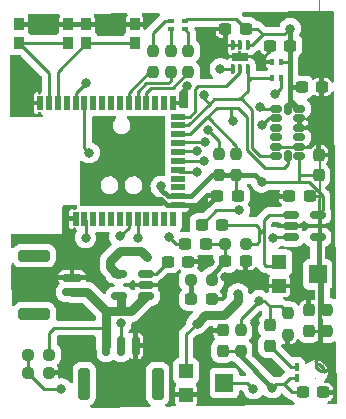
<source format=gbr>
%TF.GenerationSoftware,KiCad,Pcbnew,7.0.6-0*%
%TF.CreationDate,2023-08-07T16:34:56-06:00*%
%TF.ProjectId,VibeLight,56696265-4c69-4676-9874-2e6b69636164,rev?*%
%TF.SameCoordinates,Original*%
%TF.FileFunction,Copper,L1,Top*%
%TF.FilePolarity,Positive*%
%FSLAX46Y46*%
G04 Gerber Fmt 4.6, Leading zero omitted, Abs format (unit mm)*
G04 Created by KiCad (PCBNEW 7.0.6-0) date 2023-08-07 16:34:56*
%MOMM*%
%LPD*%
G01*
G04 APERTURE LIST*
G04 Aperture macros list*
%AMRoundRect*
0 Rectangle with rounded corners*
0 $1 Rounding radius*
0 $2 $3 $4 $5 $6 $7 $8 $9 X,Y pos of 4 corners*
0 Add a 4 corners polygon primitive as box body*
4,1,4,$2,$3,$4,$5,$6,$7,$8,$9,$2,$3,0*
0 Add four circle primitives for the rounded corners*
1,1,$1+$1,$2,$3*
1,1,$1+$1,$4,$5*
1,1,$1+$1,$6,$7*
1,1,$1+$1,$8,$9*
0 Add four rect primitives between the rounded corners*
20,1,$1+$1,$2,$3,$4,$5,0*
20,1,$1+$1,$4,$5,$6,$7,0*
20,1,$1+$1,$6,$7,$8,$9,0*
20,1,$1+$1,$8,$9,$2,$3,0*%
%AMFreePoly0*
4,1,53,0.173165,1.324926,0.326403,1.271305,0.463867,1.184931,0.578665,1.070133,0.665039,0.932669,0.718660,0.779431,0.736837,0.618103,0.718660,0.456775,0.665039,0.303537,0.578665,0.166073,0.463867,0.051275,0.326403,-0.035099,0.173165,-0.088720,0.011837,-0.106897,-0.149491,-0.088720,-0.302729,-0.035099,-0.440193,0.051275,-0.554991,0.166073,-0.641365,0.303537,-0.694986,0.456775,
-0.713163,0.618103,-0.468048,0.618103,-0.448609,0.482904,-0.391868,0.358658,-0.302421,0.255430,-0.187514,0.181584,-0.056458,0.143103,0.080132,0.143103,0.211188,0.181584,0.326095,0.255430,0.415542,0.358658,0.472283,0.482904,0.491722,0.618103,0.472283,0.753302,0.415542,0.877548,0.326095,0.980776,0.211188,1.054622,0.080132,1.093103,-0.056458,1.093103,-0.187514,1.054622,
-0.302421,0.980776,-0.391868,0.877548,-0.448609,0.753302,-0.468048,0.618103,-0.713163,0.618103,-0.694986,0.779431,-0.641365,0.932669,-0.554991,1.070133,-0.440193,1.184931,-0.302729,1.271305,-0.149491,1.324926,0.011837,1.343103,0.173165,1.324926,0.173165,1.324926,$1*%
G04 Aperture macros list end*
%TA.AperFunction,SMDPad,CuDef*%
%ADD10RoundRect,0.237500X-0.237500X0.250000X-0.237500X-0.250000X0.237500X-0.250000X0.237500X0.250000X0*%
%TD*%
%TA.AperFunction,SMDPad,CuDef*%
%ADD11RoundRect,0.150000X0.325000X0.150000X-0.325000X0.150000X-0.325000X-0.150000X0.325000X-0.150000X0*%
%TD*%
%TA.AperFunction,SMDPad,CuDef*%
%ADD12RoundRect,0.150000X0.150000X0.325000X-0.150000X0.325000X-0.150000X-0.325000X0.150000X-0.325000X0*%
%TD*%
%TA.AperFunction,SMDPad,CuDef*%
%ADD13RoundRect,0.150000X-0.700000X0.150000X-0.700000X-0.150000X0.700000X-0.150000X0.700000X0.150000X0*%
%TD*%
%TA.AperFunction,SMDPad,CuDef*%
%ADD14RoundRect,0.250000X-1.100000X0.250000X-1.100000X-0.250000X1.100000X-0.250000X1.100000X0.250000X0*%
%TD*%
%TA.AperFunction,SMDPad,CuDef*%
%ADD15RoundRect,0.150000X-0.150000X-0.700000X0.150000X-0.700000X0.150000X0.700000X-0.150000X0.700000X0*%
%TD*%
%TA.AperFunction,SMDPad,CuDef*%
%ADD16RoundRect,0.250000X-0.250000X-1.100000X0.250000X-1.100000X0.250000X1.100000X-0.250000X1.100000X0*%
%TD*%
%TA.AperFunction,SMDPad,CuDef*%
%ADD17RoundRect,0.150000X0.512500X0.150000X-0.512500X0.150000X-0.512500X-0.150000X0.512500X-0.150000X0*%
%TD*%
%TA.AperFunction,SMDPad,CuDef*%
%ADD18R,0.500000X1.200000*%
%TD*%
%TA.AperFunction,SMDPad,CuDef*%
%ADD19R,1.200000X0.500000*%
%TD*%
%TA.AperFunction,SMDPad,CuDef*%
%ADD20RoundRect,0.237500X0.250000X0.237500X-0.250000X0.237500X-0.250000X-0.237500X0.250000X-0.237500X0*%
%TD*%
%TA.AperFunction,SMDPad,CuDef*%
%ADD21RoundRect,0.237500X0.300000X0.237500X-0.300000X0.237500X-0.300000X-0.237500X0.300000X-0.237500X0*%
%TD*%
%TA.AperFunction,SMDPad,CuDef*%
%ADD22RoundRect,0.237500X-0.250000X-0.237500X0.250000X-0.237500X0.250000X0.237500X-0.250000X0.237500X0*%
%TD*%
%TA.AperFunction,SMDPad,CuDef*%
%ADD23RoundRect,0.237500X-0.237500X0.300000X-0.237500X-0.300000X0.237500X-0.300000X0.237500X0.300000X0*%
%TD*%
%TA.AperFunction,SMDPad,CuDef*%
%ADD24R,0.063500X0.063500*%
%TD*%
%TA.AperFunction,SMDPad,CuDef*%
%ADD25FreePoly0,90.000000*%
%TD*%
%TA.AperFunction,SMDPad,CuDef*%
%ADD26R,0.350000X0.650000*%
%TD*%
%TA.AperFunction,SMDPad,CuDef*%
%ADD27R,0.300000X0.500000*%
%TD*%
%TA.AperFunction,SMDPad,CuDef*%
%ADD28RoundRect,0.237500X0.287500X0.237500X-0.287500X0.237500X-0.287500X-0.237500X0.287500X-0.237500X0*%
%TD*%
%TA.AperFunction,SMDPad,CuDef*%
%ADD29RoundRect,0.237500X-0.300000X-0.237500X0.300000X-0.237500X0.300000X0.237500X-0.300000X0.237500X0*%
%TD*%
%TA.AperFunction,SMDPad,CuDef*%
%ADD30RoundRect,0.237500X0.237500X-0.250000X0.237500X0.250000X-0.237500X0.250000X-0.237500X-0.250000X0*%
%TD*%
%TA.AperFunction,SMDPad,CuDef*%
%ADD31R,0.900000X1.000000*%
%TD*%
%TA.AperFunction,SMDPad,CuDef*%
%ADD32RoundRect,0.150000X-0.512500X-0.150000X0.512500X-0.150000X0.512500X0.150000X-0.512500X0.150000X0*%
%TD*%
%TA.AperFunction,SMDPad,CuDef*%
%ADD33R,1.200000X1.200000*%
%TD*%
%TA.AperFunction,SMDPad,CuDef*%
%ADD34R,1.500000X1.600000*%
%TD*%
%TA.AperFunction,SMDPad,CuDef*%
%ADD35RoundRect,0.008100X-0.126900X0.361900X-0.126900X-0.361900X0.126900X-0.361900X0.126900X0.361900X0*%
%TD*%
%TA.AperFunction,SMDPad,CuDef*%
%ADD36R,1.350000X0.650000*%
%TD*%
%TA.AperFunction,SMDPad,CuDef*%
%ADD37RoundRect,0.237500X0.237500X-0.300000X0.237500X0.300000X-0.237500X0.300000X-0.237500X-0.300000X0*%
%TD*%
%TA.AperFunction,SMDPad,CuDef*%
%ADD38R,0.500000X0.400000*%
%TD*%
%TA.AperFunction,ViaPad*%
%ADD39C,0.800000*%
%TD*%
%TA.AperFunction,Conductor*%
%ADD40C,0.250000*%
%TD*%
%TA.AperFunction,Conductor*%
%ADD41C,0.400000*%
%TD*%
%TA.AperFunction,Conductor*%
%ADD42C,0.800000*%
%TD*%
G04 APERTURE END LIST*
D10*
%TO.P,R12,1*%
%TO.N,Net-(OP-AMP1-+)*%
X41600000Y-44887500D03*
%TO.P,R12,2*%
%TO.N,GND*%
X41600000Y-46712500D03*
%TD*%
D11*
%TO.P,ACCEL1,1,Vdd_I/O*%
%TO.N,+3V3*%
X42600000Y-31600000D03*
%TO.P,ACCEL1,2,GND*%
%TO.N,GND*%
X42600000Y-30800000D03*
%TO.P,ACCEL1,3,RES*%
%TO.N,unconnected-(ACCEL1-RES-Pad3)*%
X42600000Y-30000000D03*
%TO.P,ACCEL1,4,GND*%
%TO.N,GND*%
X42600000Y-29200000D03*
%TO.P,ACCEL1,5,GND*%
X42600000Y-28400000D03*
%TO.P,ACCEL1,6,Vs*%
%TO.N,+3V3*%
X42600000Y-27600000D03*
D12*
%TO.P,ACCEL1,7,~{CS}*%
X41600000Y-27600000D03*
D11*
%TO.P,ACCEL1,8,INT1*%
%TO.N,/MCU/ACC_INT1*%
X40600000Y-27600000D03*
%TO.P,ACCEL1,9,INT2*%
%TO.N,/MCU/ACC_INT2*%
X40600000Y-28400000D03*
%TO.P,ACCEL1,10,NC*%
%TO.N,unconnected-(ACCEL1-NC-Pad10)*%
X40600000Y-29200000D03*
%TO.P,ACCEL1,11,RES*%
%TO.N,unconnected-(ACCEL1-RES-Pad11)*%
X40600000Y-30000000D03*
%TO.P,ACCEL1,12,SDO/ADDR*%
%TO.N,GND*%
X40600000Y-30800000D03*
%TO.P,ACCEL1,13,SDA/SDI/SDIO*%
%TO.N,/SDA*%
X40600000Y-31600000D03*
D12*
%TO.P,ACCEL1,14,SCL/SCLK*%
%TO.N,/SCL*%
X41600000Y-31600000D03*
%TD*%
D13*
%TO.P,PWR1,1,Pin_1*%
%TO.N,GND*%
X23350000Y-41875000D03*
%TO.P,PWR1,2,Pin_2*%
%TO.N,/BATT+*%
X23350000Y-43125000D03*
D14*
%TO.P,PWR1,MP*%
%TO.N,N/C*%
X20150000Y-40025000D03*
X20150000Y-44975000D03*
%TD*%
D15*
%TO.P,LED_OUT1,1,Pin_1*%
%TO.N,/BATT+*%
X26250000Y-47650000D03*
%TO.P,LED_OUT1,2,Pin_2*%
%TO.N,/CNTRL*%
X27500000Y-47650000D03*
%TO.P,LED_OUT1,3,Pin_3*%
%TO.N,GND*%
X28750000Y-47650000D03*
D16*
%TO.P,LED_OUT1,MP*%
%TO.N,N/C*%
X24400000Y-50850000D03*
X30600000Y-50850000D03*
%TD*%
D17*
%TO.P,REG1,1,SHDN*%
%TO.N,/BATT+*%
X29637500Y-43450000D03*
%TO.P,REG1,2,GND*%
%TO.N,GND*%
X29637500Y-42500000D03*
%TO.P,REG1,3,Bypass*%
%TO.N,Net-(REG1-Bypass)*%
X29637500Y-41550000D03*
%TO.P,REG1,4,OUT*%
%TO.N,+3V3*%
X27362500Y-41550000D03*
%TO.P,REG1,5,IN*%
%TO.N,/BATT+*%
X27362500Y-43450000D03*
%TD*%
D18*
%TO.P,MCU1,1,GND*%
%TO.N,GND*%
X20650000Y-27100000D03*
%TO.P,MCU1,2,SIO_24*%
%TO.N,/MCU/SW1*%
X21400000Y-27100000D03*
%TO.P,MCU1,3,SIO_23*%
%TO.N,/MCU/SW2*%
X22150000Y-27100000D03*
%TO.P,MCU1,4,SIO_22*%
%TO.N,unconnected-(MCU1-SIO_22-Pad4)*%
X22900000Y-27100000D03*
%TO.P,MCU1,5,SWDIO*%
%TO.N,/MCU/SWDIO*%
X23650000Y-27100000D03*
%TO.P,MCU1,6,SWDCLK*%
%TO.N,/MCU/SWCLK*%
X24400000Y-27100000D03*
%TO.P,MCU1,7,SIO_21*%
%TO.N,unconnected-(MCU1-SIO_21-Pad7)*%
X25150000Y-27100000D03*
%TO.P,MCU1,8,SIO_20*%
%TO.N,unconnected-(MCU1-SIO_20-Pad8)*%
X25900000Y-27100000D03*
%TO.P,MCU1,9,SIO_18*%
%TO.N,unconnected-(MCU1-SIO_18-Pad9)*%
X26650000Y-27100000D03*
%TO.P,MCU1,10,SIO_16*%
%TO.N,unconnected-(MCU1-SIO_16-Pad10)*%
X27400000Y-27100000D03*
%TO.P,MCU1,11,SIO_14*%
%TO.N,Net-(MCU1-SIO_14)*%
X28150000Y-27100000D03*
%TO.P,MCU1,12,SIO_12*%
%TO.N,Net-(MCU1-SIO_12)*%
X28900000Y-27100000D03*
%TO.P,MCU1,13,SIO_11*%
%TO.N,Net-(MCU1-SIO_11)*%
X29650000Y-27100000D03*
%TO.P,MCU1,14,SIO_10/NFC2*%
%TO.N,/MCU/RES2*%
X30400000Y-27100000D03*
%TO.P,MCU1,15,SIO_09/NFC1*%
%TO.N,/MCU/RES*%
X31150000Y-27100000D03*
%TO.P,MCU1,16,GND*%
%TO.N,GND*%
X31900000Y-27100000D03*
D19*
%TO.P,MCU1,17,SIO_08*%
%TO.N,/MCU/OPT_INT*%
X32350000Y-28250000D03*
%TO.P,MCU1,18,SIO_07*%
%TO.N,/SDA*%
X32350000Y-29000000D03*
%TO.P,MCU1,19,SIO_06*%
%TO.N,/SCL*%
X32350000Y-29750000D03*
%TO.P,MCU1,20,SIO_05/AIN3*%
%TO.N,/MCU/ACC_INT1*%
X32350000Y-30500000D03*
%TO.P,MCU1,21,SIO_04/AIN2*%
%TO.N,/MCU/ACC_INT2*%
X32350000Y-31250000D03*
%TO.P,MCU1,22,SIO_03/AIN1*%
%TO.N,/Audio Input/RAW*%
X32350000Y-32000000D03*
%TO.P,MCU1,23,SIO_02/AIN0*%
%TO.N,/Audio Input/FIL*%
X32350000Y-32750000D03*
%TO.P,MCU1,24,SIO_01*%
%TO.N,unconnected-(MCU1-SIO_01-Pad24)*%
X32350000Y-33500000D03*
%TO.P,MCU1,25,SIO_00*%
%TO.N,unconnected-(MCU1-SIO_00-Pad25)*%
X32350000Y-34250000D03*
%TO.P,MCU1,26,VDD*%
%TO.N,+3V3*%
X32350000Y-35000000D03*
%TO.P,MCU1,27,GND*%
%TO.N,GND*%
X32350000Y-35750000D03*
D18*
%TO.P,MCU1,28,SIO_13*%
%TO.N,unconnected-(MCU1-SIO_13-Pad28)*%
X31900000Y-36900000D03*
%TO.P,MCU1,29,SIO_15*%
%TO.N,unconnected-(MCU1-SIO_15-Pad29)*%
X31150000Y-36900000D03*
%TO.P,MCU1,30,SIO_17*%
%TO.N,unconnected-(MCU1-SIO_17-Pad30)*%
X30400000Y-36900000D03*
%TO.P,MCU1,31,SIO_19*%
%TO.N,unconnected-(MCU1-SIO_19-Pad31)*%
X29650000Y-36900000D03*
%TO.P,MCU1,32,SIO_31/AIN7*%
%TO.N,Net-(MCU1-SIO_31{slash}AIN7)*%
X28900000Y-36900000D03*
%TO.P,MCU1,33,SIO_30/AIN6*%
%TO.N,/MCU/Intensity_Dial*%
X28150000Y-36900000D03*
%TO.P,MCU1,34,SIO_29/AIN5*%
%TO.N,unconnected-(MCU1-SIO_29{slash}AIN5-Pad34)*%
X27400000Y-36900000D03*
%TO.P,MCU1,35,SIO_28/AIN4*%
%TO.N,unconnected-(MCU1-SIO_28{slash}AIN4-Pad35)*%
X26650000Y-36900000D03*
%TO.P,MCU1,36,SIO_27*%
%TO.N,unconnected-(MCU1-SIO_27-Pad36)*%
X25900000Y-36900000D03*
%TO.P,MCU1,37,SIO_26*%
%TO.N,unconnected-(MCU1-SIO_26-Pad37)*%
X25150000Y-36900000D03*
%TO.P,MCU1,38,SIO_25*%
%TO.N,/CNTRL*%
X24400000Y-36900000D03*
%TO.P,MCU1,39,GND*%
%TO.N,GND*%
X23650000Y-36900000D03*
%TD*%
D20*
%TO.P,R13,1*%
%TO.N,Net-(C12-Pad1)*%
X35212500Y-42075000D03*
%TO.P,R13,2*%
%TO.N,Net-(D1-A)*%
X33387500Y-42075000D03*
%TD*%
D21*
%TO.P,C6,1*%
%TO.N,+3V3*%
X38062500Y-20800000D03*
%TO.P,C6,2*%
%TO.N,GND*%
X36337500Y-20800000D03*
%TD*%
D22*
%TO.P,R2,1*%
%TO.N,Net-(MCU1-SIO_31{slash}AIN7)*%
X19587500Y-49925000D03*
%TO.P,R2,2*%
%TO.N,GND*%
X21412500Y-49925000D03*
%TD*%
D20*
%TO.P,R1,1*%
%TO.N,/BATT+*%
X21412500Y-48400000D03*
%TO.P,R1,2*%
%TO.N,Net-(MCU1-SIO_31{slash}AIN7)*%
X19587500Y-48400000D03*
%TD*%
D23*
%TO.P,C1,1*%
%TO.N,GND*%
X43400000Y-44637500D03*
%TO.P,C1,2*%
%TO.N,Net-(C1-Pad2)*%
X43400000Y-46362500D03*
%TD*%
D24*
%TO.P,MIC1,AGND,AGND*%
%TO.N,GND*%
X43991819Y-50503182D03*
D25*
X44589922Y-49915019D03*
D26*
%TO.P,MIC1,OUT,OUT*%
%TO.N,/Audio Input/MEMS Mic/2_OUT*%
X42396819Y-49428182D03*
%TO.P,MIC1,VDDA,VDDA*%
%TO.N,+3V3*%
X42396819Y-50378182D03*
%TD*%
D10*
%TO.P,R5,1*%
%TO.N,Net-(D2-RK)*%
X33200000Y-22687500D03*
%TO.P,R5,2*%
%TO.N,Net-(MCU1-SIO_11)*%
X33200000Y-24512500D03*
%TD*%
D27*
%TO.P,TEMP1,1,SDA*%
%TO.N,/SDA*%
X40250000Y-25025000D03*
%TO.P,TEMP1,2,SCL*%
%TO.N,/SCL*%
X41050000Y-25025000D03*
%TO.P,TEMP1,3,VDD*%
%TO.N,+3V3*%
X41050000Y-23625000D03*
%TO.P,TEMP1,4,VSS*%
%TO.N,GND*%
X40250000Y-23625000D03*
%TD*%
D10*
%TO.P,R4,1*%
%TO.N,/SCL*%
X37275000Y-31412500D03*
%TO.P,R4,2*%
%TO.N,+3V3*%
X37275000Y-33237500D03*
%TD*%
D28*
%TO.P,D1,1,K*%
%TO.N,GND*%
X35200000Y-43700000D03*
%TO.P,D1,2,A*%
%TO.N,Net-(D1-A)*%
X33450000Y-43700000D03*
%TD*%
D10*
%TO.P,R6,1*%
%TO.N,Net-(D2-GK)*%
X30200000Y-22687500D03*
%TO.P,R6,2*%
%TO.N,Net-(MCU1-SIO_14)*%
X30200000Y-24512500D03*
%TD*%
D21*
%TO.P,C2,1*%
%TO.N,GND*%
X38062500Y-40500000D03*
%TO.P,C2,2*%
%TO.N,Net-(C12-Pad1)*%
X36337500Y-40500000D03*
%TD*%
D29*
%TO.P,C10,1*%
%TO.N,+3V3*%
X42787500Y-25750000D03*
%TO.P,C10,2*%
%TO.N,GND*%
X44512500Y-25750000D03*
%TD*%
D21*
%TO.P,C8,1*%
%TO.N,+3V3*%
X37387500Y-34950000D03*
%TO.P,C8,2*%
%TO.N,GND*%
X35662500Y-34950000D03*
%TD*%
D30*
%TO.P,R15,1*%
%TO.N,+3V3*%
X37650000Y-48112500D03*
%TO.P,R15,2*%
%TO.N,Net-(OP-AMP1-+)*%
X37650000Y-46287500D03*
%TD*%
D21*
%TO.P,C9,1*%
%TO.N,Net-(C9-Pad1)*%
X36062500Y-37400000D03*
%TO.P,C9,2*%
%TO.N,/Audio Input/RAW*%
X34337500Y-37400000D03*
%TD*%
D31*
%TO.P,SW2,1,1*%
%TO.N,/MCU/SW2*%
X28650000Y-22050000D03*
X24550000Y-22050000D03*
%TO.P,SW2,2,2*%
%TO.N,GND*%
X28650000Y-20450000D03*
X24550000Y-20450000D03*
%TD*%
D23*
%TO.P,C14,1*%
%TO.N,GND*%
X36100000Y-46337500D03*
%TO.P,C14,2*%
%TO.N,+3V3*%
X36100000Y-48062500D03*
%TD*%
D29*
%TO.P,C3,1*%
%TO.N,Net-(REG1-Bypass)*%
X31437500Y-40550000D03*
%TO.P,C3,2*%
%TO.N,GND*%
X33162500Y-40550000D03*
%TD*%
D20*
%TO.P,R14,1*%
%TO.N,Net-(C9-Pad1)*%
X38112500Y-39000000D03*
%TO.P,R14,2*%
%TO.N,Net-(C12-Pad1)*%
X36287500Y-39000000D03*
%TD*%
D32*
%TO.P,OP-AMP1,1*%
%TO.N,Net-(C9-Pad1)*%
X41862500Y-36550000D03*
%TO.P,OP-AMP1,2,V-*%
%TO.N,GND*%
X41862500Y-37500000D03*
%TO.P,OP-AMP1,3,+*%
%TO.N,Net-(OP-AMP1-+)*%
X41862500Y-38450000D03*
%TO.P,OP-AMP1,4,-*%
%TO.N,Net-(OP-AMP1--)*%
X44137500Y-38450000D03*
%TO.P,OP-AMP1,5,V+*%
%TO.N,+3V3*%
X44137500Y-36550000D03*
%TD*%
D33*
%TO.P,RV2,1,1*%
%TO.N,+3V3*%
X33000000Y-49800000D03*
D34*
%TO.P,RV2,2,2*%
%TO.N,/MCU/Intensity_Dial*%
X36250000Y-50800000D03*
D33*
%TO.P,RV2,3,3*%
%TO.N,GND*%
X33000000Y-51800000D03*
%TD*%
D10*
%TO.P,R3,1*%
%TO.N,/SDA*%
X35775000Y-31412500D03*
%TO.P,R3,2*%
%TO.N,+3V3*%
X35775000Y-33237500D03*
%TD*%
D35*
%TO.P,LIGHT1,1,VDD*%
%TO.N,+3V3*%
X38250000Y-22205000D03*
%TO.P,LIGHT1,2,ADDR*%
%TO.N,GND*%
X37600000Y-22205000D03*
%TO.P,LIGHT1,3,GND*%
X36950000Y-22205000D03*
%TO.P,LIGHT1,4,SCL*%
%TO.N,/SCL*%
X36950000Y-24195000D03*
%TO.P,LIGHT1,5,INT*%
%TO.N,/MCU/OPT_INT*%
X37600000Y-24195000D03*
%TO.P,LIGHT1,6,SDA*%
%TO.N,/SDA*%
X38250000Y-24195000D03*
D36*
%TO.P,LIGHT1,7*%
%TO.N,GND*%
X37600000Y-23200000D03*
%TD*%
D21*
%TO.P,C4,1*%
%TO.N,+3V3*%
X41812500Y-22250000D03*
%TO.P,C4,2*%
%TO.N,GND*%
X40087500Y-22250000D03*
%TD*%
D31*
%TO.P,SW1,1,1*%
%TO.N,/MCU/SW1*%
X23000000Y-22050000D03*
X18900000Y-22050000D03*
%TO.P,SW1,2,2*%
%TO.N,GND*%
X23000000Y-20450000D03*
X18900000Y-20450000D03*
%TD*%
D21*
%TO.P,C12,1*%
%TO.N,Net-(C12-Pad1)*%
X34662500Y-39000000D03*
%TO.P,C12,2*%
%TO.N,/Audio Input/FIL*%
X32937500Y-39000000D03*
%TD*%
D10*
%TO.P,R16,1*%
%TO.N,Net-(OP-AMP1--)*%
X44900000Y-44587500D03*
%TO.P,R16,2*%
%TO.N,Net-(C1-Pad2)*%
X44900000Y-46412500D03*
%TD*%
D37*
%TO.P,C11,1*%
%TO.N,+3V3*%
X44225000Y-33237500D03*
%TO.P,C11,2*%
%TO.N,GND*%
X44225000Y-31512500D03*
%TD*%
D38*
%TO.P,D2,1,RK*%
%TO.N,Net-(D2-RK)*%
X32900000Y-20850000D03*
%TO.P,D2,2,BK*%
%TO.N,Net-(D2-BK)*%
X31700000Y-20850000D03*
%TO.P,D2,3,A*%
%TO.N,+3V3*%
X32900000Y-20150000D03*
%TO.P,D2,4,GK*%
%TO.N,Net-(D2-GK)*%
X31700000Y-20150000D03*
%TD*%
D33*
%TO.P,RV3,1,1*%
%TO.N,Net-(C9-Pad1)*%
X40900000Y-40600000D03*
D34*
%TO.P,RV3,2,2*%
%TO.N,Net-(OP-AMP1--)*%
X44150000Y-41600000D03*
D33*
%TO.P,RV3,3,3*%
%TO.N,GND*%
X40900000Y-42600000D03*
%TD*%
D23*
%TO.P,C7,1*%
%TO.N,Net-(OP-AMP1-+)*%
X40100000Y-45937500D03*
%TO.P,C7,2*%
%TO.N,/Audio Input/MEMS Mic/2_OUT*%
X40100000Y-47662500D03*
%TD*%
D30*
%TO.P,R7,1*%
%TO.N,Net-(MCU1-SIO_12)*%
X31700000Y-24512500D03*
%TO.P,R7,2*%
%TO.N,Net-(D2-BK)*%
X31700000Y-22687500D03*
%TD*%
D21*
%TO.P,C5,1*%
%TO.N,GND*%
X44625000Y-51600000D03*
%TO.P,C5,2*%
%TO.N,+3V3*%
X42900000Y-51600000D03*
%TD*%
D29*
%TO.P,C13,1*%
%TO.N,GND*%
X41737500Y-35000000D03*
%TO.P,C13,2*%
%TO.N,+3V3*%
X43462500Y-35000000D03*
%TD*%
D39*
%TO.N,/Audio Input/FIL*%
X33900000Y-32900000D03*
X31550000Y-38437701D03*
%TO.N,GND*%
X38850000Y-45750000D03*
X21000000Y-20400000D03*
X26600000Y-20500000D03*
X33123045Y-25641866D03*
X23100000Y-38500000D03*
X42400000Y-41600000D03*
X27450000Y-50750000D03*
X24725000Y-33200000D03*
X30450000Y-29050000D03*
X40625000Y-35000000D03*
X31000000Y-46350000D03*
X36300000Y-41800000D03*
X20050000Y-42700000D03*
X27575000Y-35300000D03*
X34700000Y-22000000D03*
X35000000Y-40550000D03*
X34500000Y-51550000D03*
X19300000Y-24350000D03*
X44225000Y-30100000D03*
X39300000Y-23500000D03*
X44350000Y-23100000D03*
X29950000Y-35250000D03*
X43850000Y-48275000D03*
%TO.N,/Audio Input/RAW*%
X34500000Y-32000000D03*
X37500000Y-36200000D03*
%TO.N,+3V3*%
X39400000Y-33800000D03*
X41812500Y-20800000D03*
X40300000Y-51200000D03*
X29700000Y-40100000D03*
X37400000Y-43250000D03*
X33900000Y-45800000D03*
X30900000Y-34150000D03*
%TO.N,/SDA*%
X34900000Y-29400000D03*
X34550000Y-26424500D03*
%TO.N,/MCU/ACC_INT1*%
X34600000Y-30400000D03*
X39300000Y-27400000D03*
%TO.N,/MCU/ACC_INT2*%
X33900000Y-31200000D03*
X39400000Y-29000000D03*
%TO.N,/SCL*%
X40525000Y-26375000D03*
X37000000Y-28600000D03*
X35900000Y-24200000D03*
%TO.N,/MCU/Intensity_Dial*%
X38700000Y-51300000D03*
X27400000Y-38400000D03*
%TO.N,/CNTRL*%
X24500000Y-38500000D03*
X27500000Y-45749500D03*
%TO.N,Net-(OP-AMP1-+)*%
X40400000Y-38500000D03*
X39187500Y-43825000D03*
%TO.N,/MCU/SWDIO*%
X24500000Y-25400000D03*
%TO.N,Net-(MCU1-SIO_31{slash}AIN7)*%
X28900000Y-38500000D03*
X22450000Y-51325000D03*
%TO.N,/MCU/SWCLK*%
X24800000Y-31300000D03*
%TD*%
D40*
%TO.N,/Audio Input/FIL*%
X31550000Y-38437701D02*
X32112299Y-39000000D01*
X32112299Y-39000000D02*
X32937500Y-39000000D01*
D41*
%TO.N,+3V3*%
X41812500Y-20800000D02*
X41812500Y-22250000D01*
D40*
X41812500Y-20800000D02*
X41312500Y-21300000D01*
X41312500Y-21300000D02*
X39500000Y-21300000D01*
X38062500Y-20800000D02*
X37262500Y-20000000D01*
X37262500Y-20000000D02*
X33050000Y-20000000D01*
X33050000Y-20000000D02*
X32900000Y-20150000D01*
%TO.N,GND*%
X43850000Y-48275000D02*
X43975000Y-48400000D01*
X43975000Y-48400000D02*
X43975000Y-49228182D01*
X43975000Y-49228182D02*
X44251413Y-49228182D01*
X44251413Y-49228182D02*
X44646819Y-49623588D01*
X44646819Y-49623588D02*
X44646819Y-49915019D01*
%TO.N,Net-(OP-AMP1--)*%
X44150000Y-41600000D02*
X44150000Y-38462500D01*
X44150000Y-38462500D02*
X44137500Y-38450000D01*
X44550000Y-41450000D02*
X44550000Y-44237500D01*
X44550000Y-44237500D02*
X44900000Y-44587500D01*
%TO.N,/Audio Input/FIL*%
X32500000Y-32900000D02*
X32350000Y-32750000D01*
X33900000Y-32900000D02*
X32500000Y-32900000D01*
%TO.N,Net-(C1-Pad2)*%
X44900000Y-46412500D02*
X43450000Y-46412500D01*
X43450000Y-46412500D02*
X43400000Y-46362500D01*
%TO.N,GND*%
X43325000Y-29200000D02*
X44225000Y-30100000D01*
D41*
X29950000Y-35250000D02*
X30850000Y-35250000D01*
D40*
X43525000Y-30800000D02*
X44225000Y-30100000D01*
D41*
X35662500Y-34950000D02*
X35400000Y-34950000D01*
D40*
X42600000Y-30800000D02*
X43525000Y-30800000D01*
X40087500Y-22250000D02*
X40087500Y-22712500D01*
D41*
X31350000Y-35750000D02*
X32350000Y-35750000D01*
D40*
X42600000Y-29200000D02*
X43325000Y-29200000D01*
D41*
X30850000Y-35250000D02*
X31350000Y-35750000D01*
D40*
X31900000Y-26864911D02*
X31900000Y-27100000D01*
D41*
X34862500Y-35750000D02*
X32350000Y-35750000D01*
X35662500Y-34950000D02*
X34862500Y-35750000D01*
D40*
X40087500Y-22712500D02*
X39300000Y-23500000D01*
X40600000Y-30800000D02*
X42600000Y-30800000D01*
%TO.N,/Audio Input/RAW*%
X35537500Y-36200000D02*
X37500000Y-36200000D01*
X34337500Y-37400000D02*
X35537500Y-36200000D01*
X34500000Y-32000000D02*
X32350000Y-32000000D01*
%TO.N,+3V3*%
X42600000Y-33800000D02*
X43400000Y-33800000D01*
X42000000Y-51600000D02*
X41300000Y-50900000D01*
X39000000Y-20800000D02*
X39500000Y-21300000D01*
D42*
X34650000Y-45050000D02*
X33900000Y-45800000D01*
D40*
X37275000Y-33237500D02*
X37275000Y-34837500D01*
D41*
X38837500Y-33237500D02*
X39400000Y-33800000D01*
D40*
X36150000Y-48112500D02*
X36100000Y-48062500D01*
X43462500Y-35000000D02*
X44600000Y-35000000D01*
X38062500Y-20800000D02*
X39000000Y-20800000D01*
D42*
X27362500Y-41550000D02*
X27150000Y-41550000D01*
D41*
X37275000Y-33237500D02*
X38837500Y-33237500D01*
D40*
X43400000Y-33800000D02*
X44600000Y-35000000D01*
D41*
X41812500Y-26812500D02*
X42600000Y-27600000D01*
D40*
X41812500Y-23587500D02*
X41775000Y-23625000D01*
X41775000Y-23625000D02*
X41050000Y-23625000D01*
D41*
X41812500Y-22250000D02*
X41812500Y-25750000D01*
D40*
X42687500Y-33237500D02*
X42600000Y-33150000D01*
X42600000Y-33800000D02*
X39400000Y-33800000D01*
D42*
X27450000Y-39600000D02*
X29200000Y-39600000D01*
X37400000Y-43900000D02*
X36250000Y-45050000D01*
D41*
X31450000Y-35000000D02*
X32350000Y-35000000D01*
D42*
X37400000Y-43250000D02*
X37400000Y-43900000D01*
D40*
X33000000Y-46700000D02*
X33900000Y-45800000D01*
X38595000Y-22205000D02*
X38250000Y-22205000D01*
D41*
X30900000Y-34450000D02*
X31450000Y-35000000D01*
X35775000Y-33237500D02*
X37275000Y-33237500D01*
D40*
X44600000Y-36087500D02*
X44137500Y-36550000D01*
D41*
X41812500Y-26812500D02*
X41812500Y-27387500D01*
X30900000Y-34150000D02*
X30900000Y-34450000D01*
D40*
X42900000Y-51600000D02*
X42000000Y-51600000D01*
D42*
X29200000Y-39600000D02*
X29700000Y-40100000D01*
D40*
X44600000Y-35000000D02*
X44600000Y-36087500D01*
D41*
X33425000Y-35000000D02*
X32350000Y-35000000D01*
D40*
X42600000Y-31600000D02*
X42600000Y-33150000D01*
X42600000Y-33150000D02*
X42600000Y-33800000D01*
X40600000Y-50900000D02*
X41300000Y-50900000D01*
X33000000Y-49800000D02*
X33000000Y-46700000D01*
D41*
X35187500Y-33237500D02*
X35775000Y-33237500D01*
D40*
X44225000Y-33237500D02*
X42687500Y-33237500D01*
D41*
X40300000Y-51200000D02*
X37550000Y-48450000D01*
X35187500Y-33237500D02*
X33425000Y-35000000D01*
D42*
X36250000Y-45050000D02*
X34650000Y-45050000D01*
X26600000Y-41000000D02*
X26600000Y-40450000D01*
D40*
X41300000Y-50900000D02*
X41821818Y-50378182D01*
X37275000Y-34837500D02*
X37387500Y-34950000D01*
X40300000Y-51200000D02*
X40600000Y-50900000D01*
D42*
X26600000Y-40450000D02*
X27450000Y-39600000D01*
D40*
X41812500Y-21787500D02*
X41812500Y-23587500D01*
D42*
X27150000Y-41550000D02*
X26600000Y-41000000D01*
D41*
X42787500Y-25750000D02*
X41812500Y-25750000D01*
X41812500Y-25750000D02*
X41812500Y-26812500D01*
D40*
X41821818Y-50378182D02*
X42396819Y-50378182D01*
X37650000Y-48112500D02*
X36150000Y-48112500D01*
X39500000Y-21300000D02*
X38595000Y-22205000D01*
D41*
X41812500Y-27387500D02*
X41600000Y-27600000D01*
D40*
%TO.N,/SDA*%
X37500000Y-26800000D02*
X37700000Y-26800000D01*
X39300000Y-31600000D02*
X40600000Y-31600000D01*
X38250000Y-26050000D02*
X38250000Y-25300000D01*
X34550000Y-26424500D02*
X34550000Y-26750000D01*
X35775000Y-31412500D02*
X35775000Y-30275000D01*
X34550000Y-26750000D02*
X35000000Y-27200000D01*
X33200000Y-29000000D02*
X35000000Y-27200000D01*
X38525000Y-25025000D02*
X40250000Y-25025000D01*
X37500000Y-26800000D02*
X38250000Y-26050000D01*
X35000000Y-27200000D02*
X35400000Y-26800000D01*
X38250000Y-25300000D02*
X38250000Y-24195000D01*
X38250000Y-25300000D02*
X38525000Y-25025000D01*
X38600000Y-27700000D02*
X38600000Y-30900000D01*
X35775000Y-30275000D02*
X34900000Y-29400000D01*
X35400000Y-26800000D02*
X37500000Y-26800000D01*
X37700000Y-26800000D02*
X38600000Y-27700000D01*
X38600000Y-30900000D02*
X39300000Y-31600000D01*
X32350000Y-29000000D02*
X33200000Y-29000000D01*
%TO.N,/MCU/ACC_INT1*%
X34600000Y-30400000D02*
X32450000Y-30400000D01*
X39500000Y-27600000D02*
X40600000Y-27600000D01*
X39300000Y-27400000D02*
X39500000Y-27600000D01*
X32450000Y-30400000D02*
X32350000Y-30500000D01*
%TO.N,/MCU/ACC_INT2*%
X33900000Y-31200000D02*
X32400000Y-31200000D01*
X32400000Y-31200000D02*
X32350000Y-31250000D01*
X40000000Y-28400000D02*
X39400000Y-29000000D01*
X40600000Y-28400000D02*
X40000000Y-28400000D01*
%TO.N,/SCL*%
X35600000Y-27500000D02*
X36800000Y-27500000D01*
X32350000Y-29750000D02*
X33350000Y-29750000D01*
X36800000Y-28400000D02*
X37000000Y-28600000D01*
X37400000Y-27500000D02*
X38150000Y-28250000D01*
X34700000Y-28400000D02*
X35600000Y-27500000D01*
X38150000Y-31086396D02*
X39663604Y-32600000D01*
X34925305Y-28400000D02*
X34700000Y-28400000D01*
X41600000Y-32300000D02*
X41600000Y-31600000D01*
X35905000Y-24195000D02*
X35900000Y-24200000D01*
X37275000Y-30749695D02*
X34925305Y-28400000D01*
X41300000Y-32600000D02*
X41600000Y-32300000D01*
X36800000Y-27500000D02*
X36800000Y-28400000D01*
X38150000Y-28250000D02*
X38150000Y-31086396D01*
X39663604Y-32600000D02*
X41300000Y-32600000D01*
X33350000Y-29750000D02*
X34700000Y-28400000D01*
X36800000Y-27500000D02*
X37400000Y-27500000D01*
X37275000Y-31412500D02*
X37275000Y-30749695D01*
X41050000Y-25850000D02*
X41050000Y-25025000D01*
X36950000Y-24195000D02*
X35905000Y-24195000D01*
X40525000Y-26375000D02*
X41050000Y-25850000D01*
%TO.N,/MCU/OPT_INT*%
X36404875Y-25700000D02*
X34000000Y-25700000D01*
X33800000Y-27763604D02*
X33313604Y-28250000D01*
X34000000Y-25700000D02*
X33800000Y-25900000D01*
X37600000Y-24504875D02*
X36404875Y-25700000D01*
X33800000Y-25900000D02*
X33800000Y-27763604D01*
X33313604Y-28250000D02*
X32350000Y-28250000D01*
X37600000Y-24195000D02*
X37600000Y-24504875D01*
%TO.N,/MCU/Intensity_Dial*%
X28150000Y-37650000D02*
X27400000Y-38400000D01*
X38200000Y-50800000D02*
X36250000Y-50800000D01*
X38700000Y-51300000D02*
X38200000Y-50800000D01*
X28150000Y-36900000D02*
X28150000Y-37650000D01*
%TO.N,Net-(D2-RK)*%
X33200000Y-21150000D02*
X32900000Y-20850000D01*
X33200000Y-22687500D02*
X33200000Y-21150000D01*
%TO.N,Net-(D2-BK)*%
X31700000Y-20850000D02*
X31700000Y-22687500D01*
%TO.N,/MCU/SW1*%
X21400000Y-24550000D02*
X21400000Y-27100000D01*
X23050000Y-22000000D02*
X18950000Y-22000000D01*
X18900000Y-22050000D02*
X21400000Y-24550000D01*
%TO.N,/MCU/SW2*%
X28650000Y-22050000D02*
X24550000Y-22050000D01*
X24550000Y-22050000D02*
X22150000Y-24450000D01*
X22150000Y-24450000D02*
X22150000Y-27100000D01*
%TO.N,Net-(D2-GK)*%
X31700000Y-20150000D02*
X31200000Y-20150000D01*
X31200000Y-20150000D02*
X30200000Y-21150000D01*
X30200000Y-21150000D02*
X30200000Y-22687500D01*
%TO.N,/CNTRL*%
X27500000Y-47650000D02*
X27500000Y-45749500D01*
X24500000Y-37000000D02*
X24400000Y-36900000D01*
X24500000Y-38500000D02*
X24500000Y-37000000D01*
%TO.N,/Audio Input/MEMS Mic/2_OUT*%
X41865682Y-49428182D02*
X40100000Y-47662500D01*
X42396819Y-49428182D02*
X41865682Y-49428182D01*
D41*
%TO.N,Net-(D1-A)*%
X33387500Y-42075000D02*
X33387500Y-43637500D01*
X33387500Y-43637500D02*
X33450000Y-43700000D01*
D42*
%TO.N,/BATT+*%
X26250000Y-46150000D02*
X26250000Y-47175000D01*
D40*
X21812500Y-46150000D02*
X21412500Y-46550000D01*
D42*
X28337500Y-44750000D02*
X29637500Y-43450000D01*
X27500000Y-44750000D02*
X28337500Y-44750000D01*
X27500000Y-44750000D02*
X27500000Y-43587500D01*
X26250000Y-47175000D02*
X26250000Y-47650000D01*
X23350000Y-43125000D02*
X24625000Y-43125000D01*
X26250000Y-44750000D02*
X27500000Y-44750000D01*
X27500000Y-43587500D02*
X27362500Y-43450000D01*
D40*
X21812500Y-46150000D02*
X26250000Y-46150000D01*
X21412500Y-46550000D02*
X21412500Y-48400000D01*
D42*
X26250000Y-44750000D02*
X26250000Y-46150000D01*
X24625000Y-43125000D02*
X26250000Y-44750000D01*
D40*
%TO.N,Net-(C12-Pad1)*%
X36287500Y-39000000D02*
X34662500Y-39000000D01*
D41*
X35212500Y-42075000D02*
X35212500Y-41625000D01*
D40*
X36287500Y-39000000D02*
X36287500Y-40450000D01*
D41*
X35212500Y-41625000D02*
X36337500Y-40500000D01*
D40*
X36287500Y-40450000D02*
X36337500Y-40500000D01*
%TO.N,Net-(C9-Pad1)*%
X38112500Y-39000000D02*
X39000000Y-39000000D01*
X41862500Y-36550000D02*
X40050000Y-36550000D01*
X39000000Y-39000000D02*
X39200000Y-38800000D01*
X39800000Y-40900000D02*
X40600000Y-40900000D01*
X38900000Y-37400000D02*
X36062500Y-37400000D01*
X39200000Y-38200000D02*
X39200000Y-37700000D01*
X39600000Y-37800000D02*
X39600000Y-40700000D01*
X39200000Y-37700000D02*
X38900000Y-37400000D01*
X39200000Y-38800000D02*
X39200000Y-38200000D01*
X39600000Y-37000000D02*
X40050000Y-36550000D01*
X39600000Y-37800000D02*
X39600000Y-37000000D01*
X40600000Y-40900000D02*
X40900000Y-40600000D01*
X39600000Y-40700000D02*
X39800000Y-40900000D01*
X39200000Y-38200000D02*
X39600000Y-37800000D01*
%TO.N,Net-(REG1-Bypass)*%
X29637500Y-41550000D02*
X30437500Y-41550000D01*
X30437500Y-41550000D02*
X31437500Y-40550000D01*
%TO.N,Net-(OP-AMP1-+)*%
X39625000Y-43825000D02*
X40100000Y-44300000D01*
X37650000Y-46287500D02*
X37650000Y-45362500D01*
X41862500Y-38450000D02*
X40450000Y-38450000D01*
X40100000Y-45937500D02*
X40100000Y-44300000D01*
X39187500Y-43825000D02*
X39625000Y-43825000D01*
X40450000Y-38450000D02*
X40400000Y-38500000D01*
X37650000Y-45362500D02*
X39187500Y-43825000D01*
X40100000Y-44300000D02*
X41012500Y-44300000D01*
X41012500Y-44300000D02*
X41600000Y-44887500D01*
%TO.N,/MCU/SWDIO*%
X24500000Y-25400000D02*
X23650000Y-26250000D01*
X23650000Y-26250000D02*
X23650000Y-27100000D01*
%TO.N,Net-(MCU1-SIO_14)*%
X30200000Y-24512500D02*
X29887500Y-24512500D01*
X29887500Y-24512500D02*
X28150000Y-26250000D01*
X28150000Y-26250000D02*
X28150000Y-27100000D01*
%TO.N,Net-(MCU1-SIO_12)*%
X29636396Y-25400000D02*
X31500000Y-25400000D01*
X28900000Y-26136396D02*
X29636396Y-25400000D01*
X28900000Y-27100000D02*
X28900000Y-26136396D01*
X31500000Y-25400000D02*
X31700000Y-25200000D01*
X31700000Y-25200000D02*
X31700000Y-24512500D01*
%TO.N,Net-(MCU1-SIO_11)*%
X31862500Y-25850000D02*
X33200000Y-24512500D01*
X29650000Y-26250000D02*
X30050000Y-25850000D01*
X29650000Y-27100000D02*
X29650000Y-26250000D01*
X30050000Y-25850000D02*
X31862500Y-25850000D01*
%TO.N,Net-(MCU1-SIO_31{slash}AIN7)*%
X19587500Y-48400000D02*
X19587500Y-49925000D01*
X28900000Y-38500000D02*
X28900000Y-36900000D01*
X19587500Y-49925000D02*
X20987500Y-51325000D01*
X20987500Y-51325000D02*
X22450000Y-51325000D01*
%TO.N,Net-(OP-AMP1--)*%
X44150000Y-41600000D02*
X44400000Y-41600000D01*
%TO.N,/MCU/SWCLK*%
X24800000Y-31300000D02*
X24400000Y-30900000D01*
X24400000Y-30900000D02*
X24400000Y-27100000D01*
%TD*%
%TA.AperFunction,Conductor*%
%TO.N,GND*%
G36*
X32512089Y-41196344D02*
G01*
X32527129Y-41207749D01*
X32568652Y-41263941D01*
X32573204Y-41333662D01*
X32557743Y-41371649D01*
X32464095Y-41523477D01*
X32464091Y-41523486D01*
X32443278Y-41586295D01*
X32409826Y-41687247D01*
X32409826Y-41687248D01*
X32409825Y-41687248D01*
X32399500Y-41788315D01*
X32399500Y-42361669D01*
X32399501Y-42361687D01*
X32409825Y-42462752D01*
X32434881Y-42538363D01*
X32458738Y-42610360D01*
X32464092Y-42626515D01*
X32464093Y-42626518D01*
X32498395Y-42682129D01*
X32535649Y-42742529D01*
X32554661Y-42773351D01*
X32593628Y-42812318D01*
X32627113Y-42873641D01*
X32622129Y-42943333D01*
X32593633Y-42987676D01*
X32579660Y-43001649D01*
X32489093Y-43148481D01*
X32489091Y-43148486D01*
X32481151Y-43172448D01*
X32434826Y-43312247D01*
X32434826Y-43312248D01*
X32434825Y-43312248D01*
X32424500Y-43413315D01*
X32424500Y-43986669D01*
X32424501Y-43986687D01*
X32434825Y-44087752D01*
X32464284Y-44176650D01*
X32488755Y-44250500D01*
X32489092Y-44251515D01*
X32489093Y-44251518D01*
X32504718Y-44276850D01*
X32579660Y-44398350D01*
X32701650Y-44520340D01*
X32848484Y-44610908D01*
X33012247Y-44665174D01*
X33113323Y-44675500D01*
X33451639Y-44675499D01*
X33518677Y-44695183D01*
X33564432Y-44747987D01*
X33574376Y-44817146D01*
X33545351Y-44880701D01*
X33539319Y-44887180D01*
X33320263Y-45106236D01*
X33305474Y-45118869D01*
X33294126Y-45127114D01*
X33247666Y-45178713D01*
X33245435Y-45181065D01*
X33229890Y-45196610D01*
X33229875Y-45196627D01*
X33216039Y-45213710D01*
X33213936Y-45216172D01*
X33167469Y-45267781D01*
X33167466Y-45267785D01*
X33160458Y-45279923D01*
X33149444Y-45295948D01*
X33140626Y-45306837D01*
X33140616Y-45306853D01*
X33109082Y-45368740D01*
X33107533Y-45371592D01*
X33072821Y-45431713D01*
X33068487Y-45445053D01*
X33061045Y-45463020D01*
X33054680Y-45475512D01*
X33036706Y-45542584D01*
X33035785Y-45545692D01*
X33014326Y-45611742D01*
X33014325Y-45611745D01*
X33012860Y-45625686D01*
X33009315Y-45644812D01*
X33005686Y-45658352D01*
X33002052Y-45727704D01*
X33001797Y-45730941D01*
X32996678Y-45779650D01*
X32970093Y-45844264D01*
X32961038Y-45854369D01*
X32616208Y-46199199D01*
X32603951Y-46209020D01*
X32604134Y-46209241D01*
X32598123Y-46214213D01*
X32550772Y-46264636D01*
X32529889Y-46285519D01*
X32529877Y-46285532D01*
X32525621Y-46291017D01*
X32521837Y-46295447D01*
X32489937Y-46329418D01*
X32489936Y-46329420D01*
X32480284Y-46346976D01*
X32469610Y-46363226D01*
X32457329Y-46379061D01*
X32457324Y-46379068D01*
X32438815Y-46421838D01*
X32436245Y-46427084D01*
X32413803Y-46467906D01*
X32408822Y-46487307D01*
X32402521Y-46505710D01*
X32394562Y-46524102D01*
X32394561Y-46524105D01*
X32387271Y-46570127D01*
X32386087Y-46575846D01*
X32374501Y-46620972D01*
X32374500Y-46620982D01*
X32374500Y-46641016D01*
X32372973Y-46660413D01*
X32372249Y-46664983D01*
X32370452Y-46676335D01*
X32369840Y-46680196D01*
X32371244Y-46695046D01*
X32374225Y-46726583D01*
X32374500Y-46732421D01*
X32374499Y-48589235D01*
X32354814Y-48656275D01*
X32302010Y-48702029D01*
X32293833Y-48705417D01*
X32157669Y-48756203D01*
X32157664Y-48756206D01*
X32042455Y-48842452D01*
X32042452Y-48842455D01*
X31956206Y-48957664D01*
X31956202Y-48957671D01*
X31905908Y-49092517D01*
X31902847Y-49120994D01*
X31899501Y-49152123D01*
X31899500Y-49152135D01*
X31899500Y-50447870D01*
X31899501Y-50447876D01*
X31905908Y-50507483D01*
X31956202Y-50642328D01*
X31956206Y-50642335D01*
X32042452Y-50757544D01*
X32042455Y-50757547D01*
X32142772Y-50832645D01*
X32184643Y-50888579D01*
X32189627Y-50958270D01*
X32156145Y-51019590D01*
X32148213Y-51027522D01*
X32148211Y-51027525D01*
X32102910Y-51130122D01*
X32102910Y-51130124D01*
X32100000Y-51155205D01*
X32100000Y-51600000D01*
X33899999Y-51600000D01*
X33899999Y-51155214D01*
X33899997Y-51155191D01*
X33897091Y-51130130D01*
X33897090Y-51130126D01*
X33851788Y-51027525D01*
X33851785Y-51027520D01*
X33843857Y-51019592D01*
X33810372Y-50958269D01*
X33815356Y-50888577D01*
X33857225Y-50832645D01*
X33957546Y-50757546D01*
X34043796Y-50642331D01*
X34094091Y-50507483D01*
X34100500Y-50447873D01*
X34100499Y-49152128D01*
X34094091Y-49092517D01*
X34089372Y-49079866D01*
X34043797Y-48957671D01*
X34043793Y-48957664D01*
X33957547Y-48842455D01*
X33957544Y-48842452D01*
X33842335Y-48756206D01*
X33842330Y-48756203D01*
X33706166Y-48705417D01*
X33650233Y-48663545D01*
X33625816Y-48598081D01*
X33625500Y-48589235D01*
X33625500Y-47010451D01*
X33645185Y-46943412D01*
X33661815Y-46922774D01*
X33847770Y-46736818D01*
X33909093Y-46703334D01*
X33935451Y-46700500D01*
X33994643Y-46700500D01*
X33994646Y-46700500D01*
X34008359Y-46697584D01*
X34027647Y-46695046D01*
X34041646Y-46694313D01*
X34108754Y-46676330D01*
X34111862Y-46675584D01*
X34179803Y-46661144D01*
X34192604Y-46655443D01*
X34210954Y-46648946D01*
X34210964Y-46648943D01*
X34224488Y-46645320D01*
X34286386Y-46613780D01*
X34289292Y-46612395D01*
X34290686Y-46611774D01*
X34352730Y-46584151D01*
X34364059Y-46575918D01*
X34380656Y-46565747D01*
X34393149Y-46559383D01*
X34447134Y-46515664D01*
X34449678Y-46513712D01*
X34505871Y-46472888D01*
X34552357Y-46421258D01*
X34554558Y-46418939D01*
X34986679Y-45986819D01*
X35048003Y-45953334D01*
X35074361Y-45950500D01*
X35201000Y-45950500D01*
X35268039Y-45970185D01*
X35313794Y-46022989D01*
X35325000Y-46074500D01*
X35325000Y-46137500D01*
X36176000Y-46137500D01*
X36243039Y-46157185D01*
X36288794Y-46209989D01*
X36300000Y-46261500D01*
X36300000Y-46413500D01*
X36280315Y-46480539D01*
X36227511Y-46526294D01*
X36176000Y-46537500D01*
X35325000Y-46537500D01*
X35325000Y-46679571D01*
X35335373Y-46765958D01*
X35389576Y-46903407D01*
X35389577Y-46903409D01*
X35453655Y-46987908D01*
X35478478Y-47053220D01*
X35464050Y-47121584D01*
X35419952Y-47168370D01*
X35401652Y-47179658D01*
X35401649Y-47179660D01*
X35279661Y-47301648D01*
X35189093Y-47448481D01*
X35189091Y-47448486D01*
X35163788Y-47524847D01*
X35134826Y-47612247D01*
X35134826Y-47612248D01*
X35134825Y-47612248D01*
X35124500Y-47713315D01*
X35124500Y-48411669D01*
X35124501Y-48411687D01*
X35134825Y-48512752D01*
X35171109Y-48622248D01*
X35183416Y-48659388D01*
X35189092Y-48676515D01*
X35189093Y-48676518D01*
X35206918Y-48705417D01*
X35279660Y-48823350D01*
X35401650Y-48945340D01*
X35548484Y-49035908D01*
X35712247Y-49090174D01*
X35813323Y-49100500D01*
X36386676Y-49100499D01*
X36386684Y-49100498D01*
X36386687Y-49100498D01*
X36464816Y-49092517D01*
X36487753Y-49090174D01*
X36651516Y-49035908D01*
X36798350Y-48945340D01*
X36798351Y-48945338D01*
X36804497Y-48941548D01*
X36805195Y-48942680D01*
X36862880Y-48919406D01*
X36931522Y-48932443D01*
X36950134Y-48944404D01*
X36951647Y-48945337D01*
X36951650Y-48945340D01*
X37098484Y-49035908D01*
X37140532Y-49049841D01*
X37189209Y-49079866D01*
X38072162Y-49962819D01*
X38105647Y-50024142D01*
X38100663Y-50093834D01*
X38058791Y-50149767D01*
X37993327Y-50174184D01*
X37984481Y-50174500D01*
X37624499Y-50174500D01*
X37557460Y-50154815D01*
X37511705Y-50102011D01*
X37500499Y-50050500D01*
X37500499Y-49952129D01*
X37500498Y-49952123D01*
X37500497Y-49952116D01*
X37494091Y-49892517D01*
X37485321Y-49869004D01*
X37443797Y-49757671D01*
X37443793Y-49757664D01*
X37357547Y-49642455D01*
X37357544Y-49642452D01*
X37242335Y-49556206D01*
X37242328Y-49556202D01*
X37107482Y-49505908D01*
X37107483Y-49505908D01*
X37047883Y-49499501D01*
X37047881Y-49499500D01*
X37047873Y-49499500D01*
X37047864Y-49499500D01*
X35452129Y-49499500D01*
X35452123Y-49499501D01*
X35392516Y-49505908D01*
X35257671Y-49556202D01*
X35257664Y-49556206D01*
X35142455Y-49642452D01*
X35142452Y-49642455D01*
X35056206Y-49757664D01*
X35056202Y-49757671D01*
X35005908Y-49892517D01*
X35000685Y-49941103D01*
X34999501Y-49952123D01*
X34999500Y-49952135D01*
X34999500Y-51647870D01*
X34999501Y-51647876D01*
X35005908Y-51707483D01*
X35056202Y-51842328D01*
X35056206Y-51842335D01*
X35142452Y-51957544D01*
X35142455Y-51957547D01*
X35257664Y-52043793D01*
X35257671Y-52043797D01*
X35392517Y-52094091D01*
X35392516Y-52094091D01*
X35399444Y-52094835D01*
X35452127Y-52100500D01*
X37047872Y-52100499D01*
X37107483Y-52094091D01*
X37242331Y-52043796D01*
X37357546Y-51957546D01*
X37443796Y-51842331D01*
X37494091Y-51707483D01*
X37500500Y-51647873D01*
X37500500Y-51549499D01*
X37520185Y-51482461D01*
X37572989Y-51436706D01*
X37624500Y-51425500D01*
X37703844Y-51425500D01*
X37770883Y-51445185D01*
X37816638Y-51497989D01*
X37821775Y-51511182D01*
X37872818Y-51668277D01*
X37872821Y-51668284D01*
X37967467Y-51832216D01*
X38073970Y-51950499D01*
X38094129Y-51972888D01*
X38247265Y-52084148D01*
X38247270Y-52084151D01*
X38420192Y-52161142D01*
X38420197Y-52161144D01*
X38605354Y-52200500D01*
X38605355Y-52200500D01*
X38794644Y-52200500D01*
X38794646Y-52200500D01*
X38979803Y-52161144D01*
X39152730Y-52084151D01*
X39305871Y-51972888D01*
X39432533Y-51832216D01*
X39435088Y-51827789D01*
X39485648Y-51779571D01*
X39554254Y-51766340D01*
X39619121Y-51792301D01*
X39634630Y-51806808D01*
X39694129Y-51872888D01*
X39847265Y-51984148D01*
X39847270Y-51984151D01*
X40020192Y-52061142D01*
X40020197Y-52061144D01*
X40205354Y-52100500D01*
X40205355Y-52100500D01*
X40394644Y-52100500D01*
X40394646Y-52100500D01*
X40579803Y-52061144D01*
X40752730Y-51984151D01*
X40905871Y-51872888D01*
X41032533Y-51732216D01*
X41032534Y-51732212D01*
X41036355Y-51726956D01*
X41038282Y-51728356D01*
X41080990Y-51687606D01*
X41149593Y-51674359D01*
X41214467Y-51700305D01*
X41225530Y-51710121D01*
X41499197Y-51983788D01*
X41509022Y-51996051D01*
X41509243Y-51995869D01*
X41514214Y-52001878D01*
X41540217Y-52026295D01*
X41564635Y-52049226D01*
X41585529Y-52070120D01*
X41591011Y-52074373D01*
X41595443Y-52078157D01*
X41629418Y-52110062D01*
X41646976Y-52119714D01*
X41663235Y-52130395D01*
X41679064Y-52142673D01*
X41721838Y-52161182D01*
X41727056Y-52163738D01*
X41767908Y-52186197D01*
X41787316Y-52191180D01*
X41805717Y-52197480D01*
X41824104Y-52205437D01*
X41867488Y-52212308D01*
X41870119Y-52212725D01*
X41875839Y-52213909D01*
X41920981Y-52225500D01*
X41928537Y-52227440D01*
X41927989Y-52229574D01*
X41981735Y-52253009D01*
X42007696Y-52283008D01*
X42017157Y-52298346D01*
X42017160Y-52298350D01*
X42139150Y-52420340D01*
X42139587Y-52420610D01*
X42139667Y-52420659D01*
X42139946Y-52420969D01*
X42144817Y-52424821D01*
X42144159Y-52425652D01*
X42186393Y-52472605D01*
X42197617Y-52541568D01*
X42169775Y-52605650D01*
X42111708Y-52644508D01*
X42076267Y-52650187D01*
X33959528Y-52761072D01*
X33892226Y-52742305D01*
X33845754Y-52690131D01*
X33834867Y-52621115D01*
X33849102Y-52583853D01*
X33847146Y-52582990D01*
X33897089Y-52469877D01*
X33897089Y-52469875D01*
X33899999Y-52444794D01*
X33900000Y-52444791D01*
X33900000Y-52000000D01*
X32100001Y-52000000D01*
X32100001Y-52444785D01*
X32100002Y-52444808D01*
X32102908Y-52469869D01*
X32102909Y-52469873D01*
X32148211Y-52572474D01*
X32148214Y-52572479D01*
X32151019Y-52575284D01*
X32154488Y-52581638D01*
X32154705Y-52581954D01*
X32154673Y-52581975D01*
X32184504Y-52636607D01*
X32179520Y-52706299D01*
X32137648Y-52762232D01*
X32072184Y-52786649D01*
X32065032Y-52786953D01*
X31345657Y-52796780D01*
X31278355Y-52778013D01*
X31231883Y-52725839D01*
X31220996Y-52656823D01*
X31249150Y-52592877D01*
X31278862Y-52567256D01*
X31318656Y-52542712D01*
X31442712Y-52418656D01*
X31534814Y-52269334D01*
X31589999Y-52102797D01*
X31600500Y-52000009D01*
X31600499Y-49699992D01*
X31595140Y-49647535D01*
X31589999Y-49597203D01*
X31589998Y-49597200D01*
X31576413Y-49556204D01*
X31534814Y-49430666D01*
X31442712Y-49281344D01*
X31318656Y-49157288D01*
X31169334Y-49065186D01*
X31002797Y-49010001D01*
X31002795Y-49010000D01*
X30900010Y-48999500D01*
X30299998Y-48999500D01*
X30299980Y-48999501D01*
X30197203Y-49010000D01*
X30197200Y-49010001D01*
X30030668Y-49065185D01*
X30030663Y-49065187D01*
X29881342Y-49157289D01*
X29757289Y-49281342D01*
X29665187Y-49430663D01*
X29665185Y-49430668D01*
X29646912Y-49485813D01*
X29610001Y-49597203D01*
X29610001Y-49597204D01*
X29610000Y-49597204D01*
X29599500Y-49699983D01*
X29599500Y-49699996D01*
X29599501Y-52000000D01*
X29599501Y-52000018D01*
X29610000Y-52102796D01*
X29610001Y-52102799D01*
X29646579Y-52213183D01*
X29665186Y-52269334D01*
X29757288Y-52418656D01*
X29881344Y-52542712D01*
X29948045Y-52583853D01*
X29953374Y-52587140D01*
X30000098Y-52639088D01*
X30011321Y-52708051D01*
X29983477Y-52772133D01*
X29925408Y-52810989D01*
X29889971Y-52816667D01*
X24988549Y-52883626D01*
X24921247Y-52864859D01*
X24874775Y-52812685D01*
X24863888Y-52743669D01*
X24892042Y-52679723D01*
X24947850Y-52641932D01*
X24969334Y-52634814D01*
X25118656Y-52542712D01*
X25242712Y-52418656D01*
X25334814Y-52269334D01*
X25389999Y-52102797D01*
X25400500Y-52000009D01*
X25400499Y-49699992D01*
X25395140Y-49647535D01*
X25389999Y-49597203D01*
X25389998Y-49597200D01*
X25376413Y-49556204D01*
X25334814Y-49430666D01*
X25242712Y-49281344D01*
X25118656Y-49157288D01*
X24969334Y-49065186D01*
X24802797Y-49010001D01*
X24802795Y-49010000D01*
X24700010Y-48999500D01*
X24099998Y-48999500D01*
X24099980Y-48999501D01*
X23997203Y-49010000D01*
X23997200Y-49010001D01*
X23830668Y-49065185D01*
X23830663Y-49065187D01*
X23681342Y-49157289D01*
X23557289Y-49281342D01*
X23465187Y-49430663D01*
X23465185Y-49430668D01*
X23446912Y-49485813D01*
X23410001Y-49597203D01*
X23410001Y-49597204D01*
X23410000Y-49597204D01*
X23399500Y-49699983D01*
X23399500Y-50710719D01*
X23379815Y-50777758D01*
X23327011Y-50823513D01*
X23257853Y-50833457D01*
X23194297Y-50804432D01*
X23183350Y-50793691D01*
X23055870Y-50652111D01*
X22902734Y-50540851D01*
X22902729Y-50540848D01*
X22729807Y-50463857D01*
X22729802Y-50463855D01*
X22584000Y-50432865D01*
X22544646Y-50424500D01*
X22355354Y-50424500D01*
X22342499Y-50427232D01*
X22338388Y-50428106D01*
X22268721Y-50422786D01*
X22212990Y-50380646D01*
X22188888Y-50315065D01*
X22189498Y-50292029D01*
X22200000Y-50204578D01*
X22200000Y-50125000D01*
X21336500Y-50125000D01*
X21269461Y-50105315D01*
X21223706Y-50052511D01*
X21212500Y-50001000D01*
X21212500Y-49849000D01*
X21232185Y-49781961D01*
X21284989Y-49736206D01*
X21336500Y-49725000D01*
X22200000Y-49725000D01*
X22200000Y-49645428D01*
X22189626Y-49559041D01*
X22135423Y-49421592D01*
X22135420Y-49421586D01*
X22108753Y-49386421D01*
X22083929Y-49321110D01*
X22098356Y-49252746D01*
X22119875Y-49223813D01*
X22123344Y-49220343D01*
X22123350Y-49220340D01*
X22245340Y-49098350D01*
X22335908Y-48951516D01*
X22390174Y-48787753D01*
X22400500Y-48686677D01*
X22400499Y-48113324D01*
X22392571Y-48035717D01*
X22390174Y-48012247D01*
X22389982Y-48011669D01*
X22335908Y-47848484D01*
X22245340Y-47701650D01*
X22123350Y-47579660D01*
X22123347Y-47579657D01*
X22096901Y-47563345D01*
X22050178Y-47511397D01*
X22038000Y-47457808D01*
X22038000Y-46899500D01*
X22057685Y-46832461D01*
X22110489Y-46786706D01*
X22162000Y-46775500D01*
X25225500Y-46775500D01*
X25292539Y-46795185D01*
X25338294Y-46847989D01*
X25349500Y-46899499D01*
X25349500Y-47127808D01*
X25349500Y-47697192D01*
X25364326Y-47838256D01*
X25364327Y-47838259D01*
X25422818Y-48018277D01*
X25422819Y-48018279D01*
X25422821Y-48018284D01*
X25432887Y-48035720D01*
X25449500Y-48097718D01*
X25449500Y-48415696D01*
X25452401Y-48452567D01*
X25452402Y-48452573D01*
X25498254Y-48610393D01*
X25498255Y-48610396D01*
X25498256Y-48610398D01*
X25529687Y-48663545D01*
X25581917Y-48751862D01*
X25581923Y-48751870D01*
X25698129Y-48868076D01*
X25698133Y-48868079D01*
X25698135Y-48868081D01*
X25839602Y-48951744D01*
X25881224Y-48963836D01*
X25997426Y-48997597D01*
X25997429Y-48997597D01*
X25997431Y-48997598D01*
X26009722Y-48998565D01*
X26034304Y-49000500D01*
X26034306Y-49000500D01*
X26465696Y-49000500D01*
X26484131Y-48999049D01*
X26502569Y-48997598D01*
X26502571Y-48997597D01*
X26502573Y-48997597D01*
X26544191Y-48985505D01*
X26660398Y-48951744D01*
X26800835Y-48868690D01*
X26808580Y-48864110D01*
X26809748Y-48866086D01*
X26864016Y-48844770D01*
X26932535Y-48858440D01*
X26941403Y-48864137D01*
X26941420Y-48864110D01*
X26951916Y-48870317D01*
X27089602Y-48951744D01*
X27131224Y-48963836D01*
X27247426Y-48997597D01*
X27247429Y-48997597D01*
X27247431Y-48997598D01*
X27259722Y-48998565D01*
X27284304Y-49000500D01*
X27284306Y-49000500D01*
X27715696Y-49000500D01*
X27734131Y-48999049D01*
X27752569Y-48997598D01*
X27752571Y-48997597D01*
X27752573Y-48997597D01*
X27794191Y-48985505D01*
X27910398Y-48951744D01*
X28051865Y-48868081D01*
X28168081Y-48751865D01*
X28168086Y-48751856D01*
X28172858Y-48745705D01*
X28175397Y-48747674D01*
X28215606Y-48710078D01*
X28284339Y-48697525D01*
X28344983Y-48721074D01*
X28387354Y-48752346D01*
X28515397Y-48797149D01*
X28545793Y-48799999D01*
X28549999Y-48799999D01*
X28549999Y-48799998D01*
X28549999Y-47850000D01*
X28950000Y-47850000D01*
X28950000Y-48799999D01*
X28954196Y-48799999D01*
X28984606Y-48797148D01*
X29112645Y-48752346D01*
X29221792Y-48671792D01*
X29302346Y-48562645D01*
X29347149Y-48434604D01*
X29347149Y-48434600D01*
X29350000Y-48404206D01*
X29350000Y-47850000D01*
X28950000Y-47850000D01*
X28549999Y-47850000D01*
X28550000Y-46500000D01*
X28950000Y-46500000D01*
X28950000Y-47450000D01*
X29349999Y-47450000D01*
X29349999Y-46895803D01*
X29347148Y-46865393D01*
X29302346Y-46737354D01*
X29221792Y-46628207D01*
X29112645Y-46547653D01*
X28984602Y-46502850D01*
X28954207Y-46500000D01*
X28950000Y-46500000D01*
X28550000Y-46500000D01*
X28545796Y-46500001D01*
X28545774Y-46500002D01*
X28515399Y-46502850D01*
X28515394Y-46502851D01*
X28387354Y-46547653D01*
X28387351Y-46547655D01*
X28344981Y-46578926D01*
X28279352Y-46602897D01*
X28211182Y-46587581D01*
X28175148Y-46552517D01*
X28172858Y-46554294D01*
X28168078Y-46548131D01*
X28161819Y-46541872D01*
X28128334Y-46480549D01*
X28125500Y-46454191D01*
X28125500Y-46448187D01*
X28145185Y-46381148D01*
X28157350Y-46365215D01*
X28182478Y-46337307D01*
X28232533Y-46281716D01*
X28327179Y-46117784D01*
X28385674Y-45937756D01*
X28405460Y-45749500D01*
X28405459Y-45749497D01*
X28405717Y-45747050D01*
X28432301Y-45682435D01*
X28489599Y-45642450D01*
X28516077Y-45636690D01*
X28525756Y-45635674D01*
X28591806Y-45614212D01*
X28594868Y-45613304D01*
X28661988Y-45595320D01*
X28674476Y-45588956D01*
X28692450Y-45581510D01*
X28705784Y-45577179D01*
X28765976Y-45542425D01*
X28768722Y-45540934D01*
X28830649Y-45509383D01*
X28841531Y-45500569D01*
X28857583Y-45489537D01*
X28869716Y-45482533D01*
X28921347Y-45436043D01*
X28923760Y-45433982D01*
X28940880Y-45420119D01*
X28956429Y-45404568D01*
X28958770Y-45402347D01*
X29010388Y-45355871D01*
X29018630Y-45344525D01*
X29031260Y-45329737D01*
X30074180Y-44286819D01*
X30135504Y-44253334D01*
X30161862Y-44250500D01*
X30215696Y-44250500D01*
X30234131Y-44249049D01*
X30252569Y-44247598D01*
X30252571Y-44247597D01*
X30252573Y-44247597D01*
X30324596Y-44226672D01*
X30410398Y-44201744D01*
X30551865Y-44118081D01*
X30668081Y-44001865D01*
X30751744Y-43860398D01*
X30796280Y-43707107D01*
X30797597Y-43702573D01*
X30797598Y-43702567D01*
X30800500Y-43665696D01*
X30800500Y-43234304D01*
X30797598Y-43197432D01*
X30797597Y-43197426D01*
X30751745Y-43039606D01*
X30751744Y-43039603D01*
X30751744Y-43039602D01*
X30668081Y-42898135D01*
X30668078Y-42898132D01*
X30668076Y-42898129D01*
X30628240Y-42858293D01*
X30594755Y-42796970D01*
X30598093Y-42742529D01*
X30595539Y-42741971D01*
X30597150Y-42734595D01*
X30600000Y-42704206D01*
X30600000Y-42700000D01*
X30434050Y-42700000D01*
X30399455Y-42695076D01*
X30252573Y-42652402D01*
X30252567Y-42652401D01*
X30215696Y-42649500D01*
X30215694Y-42649500D01*
X30087890Y-42649500D01*
X30043453Y-42641264D01*
X30029700Y-42635985D01*
X29910590Y-42590263D01*
X29855058Y-42547863D01*
X29831265Y-42482169D01*
X29846766Y-42414040D01*
X29896639Y-42365107D01*
X29955028Y-42350500D01*
X30215696Y-42350500D01*
X30234131Y-42349049D01*
X30252569Y-42347598D01*
X30252571Y-42347597D01*
X30252573Y-42347597D01*
X30399455Y-42304924D01*
X30434050Y-42300000D01*
X30599999Y-42300000D01*
X30599999Y-42295796D01*
X30596639Y-42259964D01*
X30609978Y-42191379D01*
X30658280Y-42140894D01*
X30685504Y-42129311D01*
X30687890Y-42128618D01*
X30705129Y-42118422D01*
X30722603Y-42109862D01*
X30741227Y-42102488D01*
X30741227Y-42102487D01*
X30741232Y-42102486D01*
X30778949Y-42075082D01*
X30783805Y-42071892D01*
X30823920Y-42048170D01*
X30838089Y-42033999D01*
X30852879Y-42021368D01*
X30869087Y-42009594D01*
X30898799Y-41973676D01*
X30902712Y-41969376D01*
X31310270Y-41561818D01*
X31371594Y-41528333D01*
X31397952Y-41525499D01*
X31786670Y-41525499D01*
X31786676Y-41525499D01*
X31887753Y-41515174D01*
X32051516Y-41460908D01*
X32198350Y-41370340D01*
X32320340Y-41248350D01*
X32331624Y-41230054D01*
X32383569Y-41183329D01*
X32452531Y-41172104D01*
X32512089Y-41196344D01*
G37*
%TD.AperFunction*%
%TA.AperFunction,Conductor*%
G36*
X41743039Y-46532185D02*
G01*
X41788794Y-46584989D01*
X41800000Y-46636500D01*
X41799999Y-47499999D01*
X41800000Y-47500000D01*
X41879572Y-47500000D01*
X41965958Y-47489626D01*
X42103407Y-47435423D01*
X42103413Y-47435420D01*
X42221143Y-47346143D01*
X42310420Y-47228413D01*
X42349832Y-47128472D01*
X42392738Y-47073328D01*
X42458646Y-47050135D01*
X42526630Y-47066255D01*
X42570725Y-47108865D01*
X42579657Y-47123346D01*
X42579660Y-47123350D01*
X42701650Y-47245340D01*
X42848484Y-47335908D01*
X43012247Y-47390174D01*
X43113323Y-47400500D01*
X43686676Y-47400499D01*
X43686684Y-47400498D01*
X43686687Y-47400498D01*
X43742030Y-47394844D01*
X43787753Y-47390174D01*
X43951516Y-47335908D01*
X44084903Y-47253633D01*
X44152295Y-47235193D01*
X44215097Y-47253634D01*
X44348475Y-47335903D01*
X44348478Y-47335904D01*
X44348484Y-47335908D01*
X44512247Y-47390174D01*
X44613323Y-47400500D01*
X45186676Y-47400499D01*
X45186684Y-47400498D01*
X45186687Y-47400498D01*
X45242030Y-47394844D01*
X45287753Y-47390174D01*
X45451516Y-47335908D01*
X45521816Y-47292546D01*
X45589207Y-47274106D01*
X45655870Y-47295028D01*
X45700640Y-47348670D01*
X45710909Y-47397153D01*
X45749074Y-52476763D01*
X45729893Y-52543949D01*
X45677434Y-52590099D01*
X45626771Y-52601683D01*
X45084521Y-52609091D01*
X45017219Y-52590324D01*
X44970747Y-52538150D01*
X44959860Y-52469134D01*
X44988014Y-52405188D01*
X45046270Y-52366614D01*
X45052441Y-52364884D01*
X45053458Y-52364626D01*
X45190907Y-52310423D01*
X45190913Y-52310420D01*
X45308643Y-52221143D01*
X45397920Y-52103413D01*
X45397923Y-52103407D01*
X45452126Y-51965958D01*
X45462500Y-51879571D01*
X45462500Y-51800000D01*
X44549000Y-51800000D01*
X44481961Y-51780315D01*
X44436206Y-51727511D01*
X44425000Y-51676000D01*
X44425000Y-51524000D01*
X44444685Y-51456961D01*
X44497489Y-51411206D01*
X44549000Y-51400000D01*
X45462500Y-51400000D01*
X45462500Y-51320428D01*
X45452126Y-51234041D01*
X45397923Y-51096592D01*
X45397920Y-51096586D01*
X45308643Y-50978856D01*
X45190913Y-50889579D01*
X45190907Y-50889576D01*
X45053458Y-50835373D01*
X44967072Y-50825000D01*
X44806281Y-50825000D01*
X44739242Y-50805315D01*
X44693487Y-50752511D01*
X44683543Y-50683353D01*
X44712568Y-50619797D01*
X44718600Y-50613319D01*
X44758040Y-50573878D01*
X44800651Y-50520445D01*
X44887575Y-50382107D01*
X44917219Y-50320550D01*
X44917220Y-50320547D01*
X44971182Y-50166336D01*
X44971185Y-50166326D01*
X44986391Y-50099704D01*
X44986394Y-50099686D01*
X45004683Y-49937359D01*
X45004684Y-49937355D01*
X45004684Y-49869008D01*
X45004683Y-49869004D01*
X44986394Y-49706677D01*
X44986391Y-49706659D01*
X44971185Y-49640037D01*
X44971182Y-49640027D01*
X44917220Y-49485816D01*
X44917219Y-49485813D01*
X44887575Y-49424256D01*
X44800651Y-49285918D01*
X44758040Y-49232485D01*
X44642515Y-49116960D01*
X44589082Y-49074349D01*
X44450744Y-48987425D01*
X44389187Y-48957781D01*
X44389184Y-48957780D01*
X44234973Y-48903818D01*
X44234963Y-48903815D01*
X44168341Y-48888609D01*
X44168323Y-48888606D01*
X44005996Y-48870317D01*
X43937641Y-48870317D01*
X43775314Y-48888606D01*
X43775296Y-48888609D01*
X43708674Y-48903815D01*
X43708664Y-48903818D01*
X43554453Y-48957780D01*
X43554450Y-48957781D01*
X43492893Y-48987425D01*
X43354555Y-49074349D01*
X43301122Y-49116960D01*
X43283713Y-49134369D01*
X43222389Y-49167853D01*
X43152698Y-49162867D01*
X43096765Y-49120994D01*
X43073467Y-49058525D01*
X43072673Y-49058611D01*
X43065910Y-48995698D01*
X43015616Y-48860853D01*
X43015612Y-48860846D01*
X42929366Y-48745637D01*
X42929363Y-48745634D01*
X42814154Y-48659388D01*
X42814147Y-48659384D01*
X42679305Y-48609092D01*
X42679304Y-48609091D01*
X42679302Y-48609091D01*
X42619692Y-48602682D01*
X42619682Y-48602682D01*
X42173948Y-48602682D01*
X42173942Y-48602683D01*
X42114335Y-48609090D01*
X42055600Y-48630997D01*
X41985908Y-48635981D01*
X41924587Y-48602496D01*
X41111818Y-47789727D01*
X41078333Y-47728404D01*
X41075499Y-47702046D01*
X41075499Y-47608795D01*
X41095184Y-47541756D01*
X41147988Y-47496001D01*
X41217146Y-47486057D01*
X41229893Y-47488578D01*
X41234040Y-47489626D01*
X41320428Y-47500000D01*
X41400000Y-47500000D01*
X41400000Y-46636500D01*
X41419685Y-46569461D01*
X41472489Y-46523706D01*
X41524000Y-46512500D01*
X41676000Y-46512500D01*
X41743039Y-46532185D01*
G37*
%TD.AperFunction*%
%TA.AperFunction,Conductor*%
G36*
X39394385Y-44721765D02*
G01*
X39450119Y-44763902D01*
X39474225Y-44829481D01*
X39474500Y-44837740D01*
X39474500Y-44940518D01*
X39454815Y-45007557D01*
X39415600Y-45046055D01*
X39401650Y-45054660D01*
X39401649Y-45054660D01*
X39279661Y-45176648D01*
X39189093Y-45323481D01*
X39189091Y-45323486D01*
X39163571Y-45400500D01*
X39134826Y-45487247D01*
X39134826Y-45487248D01*
X39134825Y-45487248D01*
X39124500Y-45588315D01*
X39124500Y-46286669D01*
X39124501Y-46286687D01*
X39134825Y-46387752D01*
X39163037Y-46472887D01*
X39187970Y-46548131D01*
X39189092Y-46551515D01*
X39189093Y-46551518D01*
X39209221Y-46584151D01*
X39277937Y-46695557D01*
X39279661Y-46698351D01*
X39293629Y-46712319D01*
X39327114Y-46773642D01*
X39322130Y-46843334D01*
X39293629Y-46887681D01*
X39279661Y-46901648D01*
X39189093Y-47048481D01*
X39189091Y-47048486D01*
X39183203Y-47066255D01*
X39134826Y-47212247D01*
X39134826Y-47212248D01*
X39134825Y-47212248D01*
X39124500Y-47313315D01*
X39124500Y-48011669D01*
X39124501Y-48011687D01*
X39134825Y-48112752D01*
X39135015Y-48113324D01*
X39189092Y-48276516D01*
X39279660Y-48423350D01*
X39401650Y-48545340D01*
X39548484Y-48635908D01*
X39712247Y-48690174D01*
X39813323Y-48700500D01*
X40202046Y-48700499D01*
X40269085Y-48720183D01*
X40289727Y-48736818D01*
X41346478Y-49793569D01*
X41379963Y-49854892D01*
X41374979Y-49924584D01*
X41346478Y-49968931D01*
X41077228Y-50238181D01*
X41015905Y-50271666D01*
X40989547Y-50274500D01*
X40682738Y-50274500D01*
X40667121Y-50272776D01*
X40667094Y-50273062D01*
X40659332Y-50272327D01*
X40590204Y-50274500D01*
X40560650Y-50274500D01*
X40559929Y-50274590D01*
X40553757Y-50275369D01*
X40547945Y-50275826D01*
X40501373Y-50277290D01*
X40501372Y-50277290D01*
X40482129Y-50282881D01*
X40463079Y-50286825D01*
X40447349Y-50288812D01*
X40378371Y-50277685D01*
X40344128Y-50253471D01*
X38655749Y-48565092D01*
X38622264Y-48503769D01*
X38620072Y-48464808D01*
X38625089Y-48415696D01*
X38625500Y-48411677D01*
X38625499Y-47813324D01*
X38615174Y-47712247D01*
X38560908Y-47548484D01*
X38470340Y-47401650D01*
X38356371Y-47287681D01*
X38322886Y-47226358D01*
X38327870Y-47156666D01*
X38356371Y-47112319D01*
X38402435Y-47066255D01*
X38470340Y-46998350D01*
X38560908Y-46851516D01*
X38615174Y-46687753D01*
X38625500Y-46586677D01*
X38625499Y-45988324D01*
X38623116Y-45964999D01*
X38615174Y-45887247D01*
X38602329Y-45848484D01*
X38560908Y-45723484D01*
X38470340Y-45576650D01*
X38470338Y-45576648D01*
X38466548Y-45570503D01*
X38468483Y-45569309D01*
X38446455Y-45514709D01*
X38459493Y-45446067D01*
X38482180Y-45414910D01*
X38783954Y-45113137D01*
X39135271Y-44761819D01*
X39196595Y-44728334D01*
X39222953Y-44725500D01*
X39282144Y-44725500D01*
X39282146Y-44725500D01*
X39324721Y-44716450D01*
X39394385Y-44721765D01*
G37*
%TD.AperFunction*%
%TA.AperFunction,Conductor*%
G36*
X23755842Y-35769685D02*
G01*
X23801597Y-35822489D01*
X23811541Y-35891647D01*
X23788069Y-35948311D01*
X23706206Y-36057664D01*
X23706202Y-36057671D01*
X23690182Y-36100625D01*
X23648311Y-36156559D01*
X23582847Y-36180976D01*
X23514574Y-36166124D01*
X23465168Y-36116719D01*
X23450000Y-36057292D01*
X23450000Y-35999999D01*
X23355215Y-36000000D01*
X23355191Y-36000002D01*
X23330130Y-36002908D01*
X23330126Y-36002909D01*
X23227525Y-36048211D01*
X23227520Y-36048214D01*
X23148214Y-36127520D01*
X23148211Y-36127525D01*
X23102910Y-36230122D01*
X23102910Y-36230124D01*
X23100000Y-36255205D01*
X23100000Y-36700000D01*
X23460125Y-36700000D01*
X23499139Y-36678695D01*
X23568831Y-36683678D01*
X23624766Y-36725549D01*
X23649184Y-36791012D01*
X23649500Y-36799861D01*
X23649500Y-37000138D01*
X23629815Y-37067177D01*
X23577011Y-37112932D01*
X23507853Y-37122876D01*
X23457761Y-37100000D01*
X23100001Y-37100000D01*
X23100001Y-37544785D01*
X23100002Y-37544808D01*
X23102908Y-37569869D01*
X23102909Y-37569873D01*
X23148211Y-37672474D01*
X23148214Y-37672479D01*
X23227520Y-37751785D01*
X23227525Y-37751788D01*
X23330123Y-37797089D01*
X23355206Y-37799999D01*
X23450000Y-37799998D01*
X23450000Y-37742707D01*
X23469685Y-37675668D01*
X23522489Y-37629913D01*
X23591647Y-37619969D01*
X23655203Y-37648994D01*
X23690182Y-37699375D01*
X23706201Y-37742326D01*
X23706203Y-37742330D01*
X23765613Y-37821691D01*
X23790030Y-37887155D01*
X23775179Y-37955428D01*
X23768545Y-37965914D01*
X23672821Y-38131715D01*
X23672818Y-38131722D01*
X23614327Y-38311740D01*
X23614326Y-38311744D01*
X23594540Y-38500000D01*
X23614326Y-38688256D01*
X23614327Y-38688259D01*
X23672818Y-38868277D01*
X23672821Y-38868284D01*
X23767467Y-39032216D01*
X23881989Y-39159405D01*
X23894129Y-39172888D01*
X24047265Y-39284148D01*
X24047270Y-39284151D01*
X24220192Y-39361142D01*
X24220197Y-39361144D01*
X24405354Y-39400500D01*
X24405355Y-39400500D01*
X24594644Y-39400500D01*
X24594646Y-39400500D01*
X24779803Y-39361144D01*
X24952730Y-39284151D01*
X25105871Y-39172888D01*
X25232533Y-39032216D01*
X25327179Y-38868284D01*
X25385674Y-38688256D01*
X25405460Y-38500000D01*
X25385674Y-38311744D01*
X25337214Y-38162603D01*
X25335220Y-38092764D01*
X25371300Y-38032931D01*
X25434001Y-38002103D01*
X25444574Y-38000909D01*
X25444569Y-38000854D01*
X25447871Y-38000499D01*
X25447872Y-38000499D01*
X25507483Y-37994091D01*
X25507486Y-37994089D01*
X25511744Y-37993632D01*
X25538254Y-37993632D01*
X25542514Y-37994089D01*
X25542517Y-37994091D01*
X25602127Y-38000500D01*
X26197872Y-38000499D01*
X26257483Y-37994091D01*
X26257486Y-37994089D01*
X26261744Y-37993632D01*
X26288254Y-37993632D01*
X26292514Y-37994089D01*
X26292517Y-37994091D01*
X26352127Y-38000500D01*
X26412292Y-38000499D01*
X26479330Y-38020183D01*
X26525086Y-38072986D01*
X26535030Y-38142144D01*
X26530223Y-38162816D01*
X26514327Y-38211739D01*
X26514326Y-38211741D01*
X26514326Y-38211744D01*
X26494540Y-38400000D01*
X26514326Y-38588256D01*
X26514327Y-38588259D01*
X26572818Y-38768277D01*
X26572821Y-38768284D01*
X26667467Y-38932216D01*
X26672505Y-38937811D01*
X26702734Y-39000801D01*
X26694109Y-39070136D01*
X26668035Y-39108463D01*
X26020263Y-39756236D01*
X26005474Y-39768869D01*
X25994126Y-39777114D01*
X25947666Y-39828713D01*
X25945435Y-39831065D01*
X25929890Y-39846610D01*
X25929875Y-39846627D01*
X25916039Y-39863710D01*
X25913936Y-39866172D01*
X25867469Y-39917781D01*
X25867466Y-39917785D01*
X25860458Y-39929923D01*
X25849444Y-39945948D01*
X25840626Y-39956837D01*
X25840616Y-39956853D01*
X25809082Y-40018740D01*
X25807533Y-40021592D01*
X25772821Y-40081713D01*
X25768487Y-40095053D01*
X25761045Y-40113020D01*
X25754680Y-40125512D01*
X25736706Y-40192584D01*
X25735785Y-40195692D01*
X25714326Y-40261742D01*
X25714325Y-40261745D01*
X25712860Y-40275686D01*
X25709315Y-40294812D01*
X25705686Y-40308352D01*
X25702051Y-40377710D01*
X25701797Y-40380941D01*
X25699500Y-40402810D01*
X25699500Y-40424797D01*
X25699415Y-40428042D01*
X25695781Y-40497387D01*
X25697973Y-40511225D01*
X25699500Y-40530626D01*
X25699500Y-40919373D01*
X25697972Y-40938772D01*
X25695781Y-40952612D01*
X25698194Y-40998667D01*
X25699415Y-41021956D01*
X25699500Y-41025201D01*
X25699500Y-41047189D01*
X25701797Y-41069059D01*
X25702051Y-41072290D01*
X25705686Y-41141643D01*
X25705688Y-41141653D01*
X25709315Y-41155189D01*
X25712860Y-41174314D01*
X25713464Y-41180056D01*
X25714326Y-41188256D01*
X25733850Y-41248348D01*
X25735784Y-41254298D01*
X25736705Y-41257409D01*
X25754679Y-41324486D01*
X25754684Y-41324498D01*
X25761043Y-41336978D01*
X25768488Y-41354949D01*
X25772820Y-41368282D01*
X25807537Y-41428414D01*
X25809085Y-41431266D01*
X25825640Y-41463755D01*
X25840617Y-41493149D01*
X25840619Y-41493151D01*
X25840620Y-41493153D01*
X25849438Y-41504043D01*
X25860454Y-41520070D01*
X25867465Y-41532213D01*
X25867470Y-41532220D01*
X25913939Y-41583831D01*
X25916043Y-41586295D01*
X25929882Y-41603382D01*
X25945423Y-41618922D01*
X25947657Y-41621277D01*
X25994128Y-41672887D01*
X26005468Y-41681126D01*
X26020265Y-41693764D01*
X26209918Y-41883417D01*
X26241313Y-41936502D01*
X26248254Y-41960395D01*
X26248255Y-41960396D01*
X26248256Y-41960398D01*
X26256116Y-41973689D01*
X26331732Y-42101550D01*
X26331918Y-42101864D01*
X26331923Y-42101870D01*
X26448129Y-42218076D01*
X26448133Y-42218079D01*
X26448135Y-42218081D01*
X26589602Y-42301744D01*
X26698906Y-42333500D01*
X26726304Y-42345187D01*
X26781707Y-42377174D01*
X26781716Y-42377179D01*
X26795046Y-42381510D01*
X26813019Y-42388954D01*
X26825512Y-42395320D01*
X26861654Y-42405003D01*
X26864346Y-42405725D01*
X26924007Y-42442089D01*
X26954537Y-42504935D01*
X26946243Y-42574311D01*
X26901758Y-42628189D01*
X26835207Y-42649465D01*
X26832254Y-42649500D01*
X26784304Y-42649500D01*
X26747432Y-42652401D01*
X26747426Y-42652402D01*
X26589606Y-42698254D01*
X26589603Y-42698255D01*
X26448137Y-42781917D01*
X26448129Y-42781923D01*
X26331923Y-42898129D01*
X26331917Y-42898137D01*
X26248255Y-43039603D01*
X26248253Y-43039606D01*
X26208788Y-43175447D01*
X26171182Y-43234333D01*
X26107709Y-43263539D01*
X26038522Y-43253793D01*
X26002031Y-43228533D01*
X25746485Y-42972987D01*
X25318764Y-42545265D01*
X25306126Y-42530468D01*
X25297887Y-42519128D01*
X25246277Y-42472657D01*
X25243922Y-42470423D01*
X25228382Y-42454882D01*
X25211295Y-42441043D01*
X25208831Y-42438939D01*
X25157220Y-42392470D01*
X25157213Y-42392465D01*
X25145070Y-42385454D01*
X25129043Y-42374438D01*
X25118153Y-42365620D01*
X25118151Y-42365619D01*
X25118149Y-42365617D01*
X25099259Y-42355992D01*
X25056266Y-42334085D01*
X25053414Y-42332537D01*
X25005587Y-42304924D01*
X24993284Y-42297821D01*
X24993283Y-42297820D01*
X24993282Y-42297820D01*
X24979949Y-42293488D01*
X24961978Y-42286043D01*
X24949498Y-42279684D01*
X24949486Y-42279679D01*
X24882409Y-42261705D01*
X24879309Y-42260787D01*
X24813256Y-42239326D01*
X24813251Y-42239325D01*
X24813249Y-42239325D01*
X24799314Y-42237860D01*
X24780189Y-42234315D01*
X24766653Y-42230688D01*
X24766643Y-42230686D01*
X24697290Y-42227051D01*
X24694059Y-42226797D01*
X24679537Y-42225271D01*
X24672192Y-42224500D01*
X24672189Y-42224500D01*
X24650203Y-42224500D01*
X24646960Y-42224415D01*
X24633564Y-42223713D01*
X24616200Y-42222803D01*
X24550283Y-42199637D01*
X24507354Y-42144510D01*
X24499232Y-42087395D01*
X24500000Y-42079205D01*
X24500000Y-42075000D01*
X22200001Y-42075000D01*
X22200001Y-42079196D01*
X22202851Y-42109606D01*
X22247653Y-42237644D01*
X22278926Y-42280018D01*
X22302896Y-42345647D01*
X22287580Y-42413817D01*
X22252533Y-42449863D01*
X22254298Y-42452139D01*
X22248129Y-42456923D01*
X22131923Y-42573129D01*
X22131917Y-42573137D01*
X22048255Y-42714603D01*
X22048254Y-42714606D01*
X22002402Y-42872426D01*
X22002401Y-42872432D01*
X21999500Y-42909304D01*
X21999500Y-43340696D01*
X22002401Y-43377567D01*
X22002402Y-43377573D01*
X22048254Y-43535393D01*
X22048255Y-43535396D01*
X22131917Y-43676862D01*
X22131923Y-43676870D01*
X22248129Y-43793076D01*
X22248133Y-43793079D01*
X22248135Y-43793081D01*
X22389602Y-43876744D01*
X22431224Y-43888836D01*
X22547426Y-43922597D01*
X22547429Y-43922597D01*
X22547431Y-43922598D01*
X22559722Y-43923565D01*
X22584304Y-43925500D01*
X22584306Y-43925500D01*
X22902282Y-43925500D01*
X22964279Y-43942112D01*
X22981716Y-43952179D01*
X23161744Y-44010674D01*
X23302808Y-44025500D01*
X24200639Y-44025500D01*
X24267678Y-44045185D01*
X24288320Y-44061819D01*
X25313181Y-45086680D01*
X25346666Y-45148003D01*
X25349500Y-45174361D01*
X25349500Y-45400500D01*
X25329815Y-45467539D01*
X25277011Y-45513294D01*
X25225500Y-45524500D01*
X22111948Y-45524500D01*
X22044909Y-45504815D01*
X21999154Y-45452011D01*
X21989453Y-45384546D01*
X21989311Y-45384532D01*
X21989369Y-45383961D01*
X21989210Y-45382853D01*
X21989845Y-45379298D01*
X21989998Y-45377799D01*
X21989999Y-45377797D01*
X22000500Y-45275009D01*
X22000499Y-44674992D01*
X21989999Y-44572203D01*
X21934814Y-44405666D01*
X21842712Y-44256344D01*
X21718656Y-44132288D01*
X21569334Y-44040186D01*
X21402797Y-43985001D01*
X21402795Y-43985000D01*
X21300010Y-43974500D01*
X18999998Y-43974500D01*
X18999981Y-43974501D01*
X18897203Y-43985000D01*
X18897200Y-43985001D01*
X18730668Y-44040185D01*
X18730663Y-44040187D01*
X18581342Y-44132289D01*
X18457284Y-44256347D01*
X18455398Y-44258733D01*
X18453689Y-44259942D01*
X18452181Y-44261451D01*
X18451923Y-44261193D01*
X18398374Y-44299106D01*
X18328575Y-44302241D01*
X18268161Y-44267141D01*
X18236314Y-44204951D01*
X18234140Y-44182745D01*
X18234094Y-44176650D01*
X18215356Y-41675000D01*
X22200000Y-41675000D01*
X23150000Y-41675000D01*
X23150000Y-41275000D01*
X23550000Y-41275000D01*
X23550000Y-41675000D01*
X24499999Y-41675000D01*
X24499999Y-41670803D01*
X24497148Y-41640393D01*
X24452346Y-41512354D01*
X24371792Y-41403207D01*
X24262645Y-41322653D01*
X24134602Y-41277850D01*
X24104207Y-41275000D01*
X23550000Y-41275000D01*
X23150000Y-41275000D01*
X22595803Y-41275000D01*
X22565393Y-41277851D01*
X22437354Y-41322653D01*
X22328207Y-41403207D01*
X22247653Y-41512354D01*
X22202850Y-41640395D01*
X22202850Y-41640399D01*
X22200000Y-41670793D01*
X22200000Y-41675000D01*
X18215356Y-41675000D01*
X18210653Y-41047189D01*
X18208642Y-40778699D01*
X18227824Y-40711514D01*
X18280284Y-40665365D01*
X18349366Y-40654903D01*
X18413138Y-40683451D01*
X18438176Y-40712671D01*
X18457288Y-40743656D01*
X18581344Y-40867712D01*
X18730666Y-40959814D01*
X18897203Y-41014999D01*
X18999991Y-41025500D01*
X21300008Y-41025499D01*
X21402797Y-41014999D01*
X21569334Y-40959814D01*
X21718656Y-40867712D01*
X21842712Y-40743656D01*
X21934814Y-40594334D01*
X21989999Y-40427797D01*
X22000500Y-40325009D01*
X22000499Y-39724992D01*
X21997777Y-39698350D01*
X21989999Y-39622203D01*
X21989998Y-39622200D01*
X21984912Y-39606851D01*
X21934814Y-39455666D01*
X21842712Y-39306344D01*
X21718656Y-39182288D01*
X21569334Y-39090186D01*
X21402797Y-39035001D01*
X21402795Y-39035000D01*
X21300010Y-39024500D01*
X18999998Y-39024500D01*
X18999981Y-39024501D01*
X18897203Y-39035000D01*
X18897200Y-39035001D01*
X18730668Y-39090185D01*
X18730663Y-39090187D01*
X18581342Y-39182289D01*
X18457289Y-39306342D01*
X18427036Y-39355391D01*
X18375088Y-39402115D01*
X18306125Y-39413338D01*
X18242043Y-39385494D01*
X18203187Y-39327425D01*
X18197500Y-39291223D01*
X18190075Y-38299929D01*
X18209257Y-38232744D01*
X18261717Y-38186595D01*
X18314072Y-38175000D01*
X22525000Y-38175000D01*
X22525000Y-35874000D01*
X22544685Y-35806961D01*
X22597489Y-35761206D01*
X22649000Y-35750000D01*
X23688803Y-35750000D01*
X23755842Y-35769685D01*
G37*
%TD.AperFunction*%
%TA.AperFunction,Conductor*%
G36*
X43077656Y-38967998D02*
G01*
X43101856Y-38995921D01*
X43102139Y-38995702D01*
X43106167Y-39000896D01*
X43106725Y-39001539D01*
X43106913Y-39001856D01*
X43106923Y-39001870D01*
X43223129Y-39118076D01*
X43223133Y-39118079D01*
X43223135Y-39118081D01*
X43364602Y-39201744D01*
X43435096Y-39222224D01*
X43493980Y-39259829D01*
X43523187Y-39323301D01*
X43524500Y-39341300D01*
X43524500Y-40175500D01*
X43504815Y-40242539D01*
X43452011Y-40288294D01*
X43400502Y-40299500D01*
X43352131Y-40299500D01*
X43352123Y-40299501D01*
X43292516Y-40305908D01*
X43157671Y-40356202D01*
X43157664Y-40356206D01*
X43042455Y-40442452D01*
X43042452Y-40442455D01*
X42956206Y-40557664D01*
X42956202Y-40557671D01*
X42905908Y-40692517D01*
X42899501Y-40752116D01*
X42899501Y-40752123D01*
X42899500Y-40752135D01*
X42899500Y-42447870D01*
X42899501Y-42447876D01*
X42905908Y-42507483D01*
X42956202Y-42642328D01*
X42956206Y-42642335D01*
X43042452Y-42757544D01*
X43042455Y-42757547D01*
X43157664Y-42843793D01*
X43157671Y-42843797D01*
X43202618Y-42860561D01*
X43292517Y-42894091D01*
X43352127Y-42900500D01*
X43800500Y-42900499D01*
X43867539Y-42920183D01*
X43913294Y-42972987D01*
X43924500Y-43024499D01*
X43924500Y-43691204D01*
X43904815Y-43758243D01*
X43852011Y-43803998D01*
X43782853Y-43813942D01*
X43770113Y-43811423D01*
X43765961Y-43810373D01*
X43679572Y-43800000D01*
X43600000Y-43800000D01*
X43600000Y-44713500D01*
X43580315Y-44780539D01*
X43527511Y-44826294D01*
X43476000Y-44837500D01*
X43324000Y-44837500D01*
X43256961Y-44817815D01*
X43211206Y-44765011D01*
X43200000Y-44713500D01*
X43200000Y-43800000D01*
X43120428Y-43800000D01*
X43034041Y-43810373D01*
X42896592Y-43864576D01*
X42896586Y-43864579D01*
X42778856Y-43953856D01*
X42689579Y-44071586D01*
X42689577Y-44071590D01*
X42650166Y-44171528D01*
X42607260Y-44226672D01*
X42541352Y-44249864D01*
X42473367Y-44233743D01*
X42429273Y-44191133D01*
X42420340Y-44176650D01*
X42298351Y-44054661D01*
X42298350Y-44054660D01*
X42188132Y-43986677D01*
X42151518Y-43964093D01*
X42151513Y-43964091D01*
X42115565Y-43952179D01*
X41987753Y-43909826D01*
X41987751Y-43909825D01*
X41886684Y-43899500D01*
X41886677Y-43899500D01*
X41548848Y-43899500D01*
X41481809Y-43879815D01*
X41463966Y-43865893D01*
X41447864Y-43850773D01*
X41426976Y-43829884D01*
X41421486Y-43825625D01*
X41417061Y-43821847D01*
X41383082Y-43789938D01*
X41383080Y-43789936D01*
X41383077Y-43789935D01*
X41365529Y-43780288D01*
X41349263Y-43769604D01*
X41333436Y-43757327D01*
X41333435Y-43757326D01*
X41333433Y-43757325D01*
X41290672Y-43738820D01*
X41285433Y-43736254D01*
X41278912Y-43732670D01*
X41229640Y-43683131D01*
X41214973Y-43614818D01*
X41239567Y-43549420D01*
X41295614Y-43507700D01*
X41338633Y-43499999D01*
X41544786Y-43499999D01*
X41544808Y-43499997D01*
X41569869Y-43497091D01*
X41569873Y-43497090D01*
X41672474Y-43451788D01*
X41672479Y-43451785D01*
X41751785Y-43372479D01*
X41751788Y-43372474D01*
X41797089Y-43269877D01*
X41797089Y-43269875D01*
X41799999Y-43244794D01*
X41800000Y-43244791D01*
X41800000Y-42800000D01*
X40000001Y-42800000D01*
X40000001Y-43059654D01*
X39980316Y-43126693D01*
X39927512Y-43172448D01*
X39858354Y-43182392D01*
X39799073Y-43155319D01*
X39798629Y-43155932D01*
X39795607Y-43153736D01*
X39794798Y-43153367D01*
X39793406Y-43152137D01*
X39640234Y-43040851D01*
X39640229Y-43040848D01*
X39467307Y-42963857D01*
X39467302Y-42963855D01*
X39317337Y-42931980D01*
X39282146Y-42924500D01*
X39092854Y-42924500D01*
X39060397Y-42931398D01*
X38907697Y-42963855D01*
X38907692Y-42963857D01*
X38734770Y-43040848D01*
X38734765Y-43040851D01*
X38581629Y-43152111D01*
X38581628Y-43152112D01*
X38511472Y-43230028D01*
X38451985Y-43266676D01*
X38382128Y-43265345D01*
X38324080Y-43226458D01*
X38296271Y-43162361D01*
X38296008Y-43160072D01*
X38285674Y-43061744D01*
X38227179Y-42881716D01*
X38132533Y-42717784D01*
X38005871Y-42577112D01*
X38000400Y-42573137D01*
X37852734Y-42465851D01*
X37852729Y-42465848D01*
X37679807Y-42388857D01*
X37679802Y-42388855D01*
X37534000Y-42357865D01*
X37494646Y-42349500D01*
X37305354Y-42349500D01*
X37272897Y-42356398D01*
X37120197Y-42388855D01*
X37120192Y-42388857D01*
X36947270Y-42465848D01*
X36947265Y-42465851D01*
X36794129Y-42577111D01*
X36667466Y-42717785D01*
X36572821Y-42881715D01*
X36572818Y-42881722D01*
X36517979Y-43050500D01*
X36514326Y-43061744D01*
X36496187Y-43234333D01*
X36494540Y-43250000D01*
X36499160Y-43293960D01*
X36499500Y-43300445D01*
X36499500Y-43475638D01*
X36479815Y-43542677D01*
X36463181Y-43563319D01*
X36162819Y-43863681D01*
X36101496Y-43897166D01*
X36075138Y-43900000D01*
X35124000Y-43900000D01*
X35056961Y-43880315D01*
X35011206Y-43827511D01*
X35000000Y-43776000D01*
X35000000Y-43624000D01*
X35019685Y-43556961D01*
X35072489Y-43511206D01*
X35124000Y-43500000D01*
X36025000Y-43500000D01*
X36025000Y-43420428D01*
X36014626Y-43334041D01*
X35960423Y-43196592D01*
X35960420Y-43196586D01*
X35875461Y-43084550D01*
X35850638Y-43019238D01*
X35865066Y-42950875D01*
X35909169Y-42904086D01*
X35923350Y-42895340D01*
X36045340Y-42773350D01*
X36135908Y-42626516D01*
X36190174Y-42462753D01*
X36200500Y-42361677D01*
X36200499Y-41788324D01*
X36191595Y-41701163D01*
X36204364Y-41632473D01*
X36227266Y-41600889D01*
X36316340Y-41511815D01*
X36377662Y-41478333D01*
X36404019Y-41475499D01*
X36686670Y-41475499D01*
X36686676Y-41475499D01*
X36787753Y-41465174D01*
X36951516Y-41410908D01*
X37098350Y-41320340D01*
X37220340Y-41198350D01*
X37231624Y-41180054D01*
X37283569Y-41133329D01*
X37352531Y-41122104D01*
X37412089Y-41146344D01*
X37496586Y-41210420D01*
X37496592Y-41210423D01*
X37634041Y-41264626D01*
X37720428Y-41275000D01*
X37862500Y-41275000D01*
X37862500Y-40424000D01*
X37882185Y-40356961D01*
X37934989Y-40311206D01*
X37986500Y-40300000D01*
X38138500Y-40300000D01*
X38205539Y-40319685D01*
X38251294Y-40372489D01*
X38262500Y-40424000D01*
X38262500Y-41275000D01*
X38404572Y-41275000D01*
X38490958Y-41264626D01*
X38628407Y-41210423D01*
X38628413Y-41210420D01*
X38746143Y-41121143D01*
X38840547Y-40996653D01*
X38842563Y-40998182D01*
X38883252Y-40958471D01*
X38951700Y-40944450D01*
X39016863Y-40969660D01*
X39041556Y-40998420D01*
X39042930Y-40997422D01*
X39047513Y-41003730D01*
X39047514Y-41003732D01*
X39074898Y-41041423D01*
X39078106Y-41046307D01*
X39101827Y-41086416D01*
X39101833Y-41086424D01*
X39115990Y-41100580D01*
X39128628Y-41115376D01*
X39140405Y-41131586D01*
X39140406Y-41131587D01*
X39176309Y-41161288D01*
X39180620Y-41165210D01*
X39245466Y-41230056D01*
X39299194Y-41283784D01*
X39309019Y-41296048D01*
X39309240Y-41295866D01*
X39314210Y-41301873D01*
X39314213Y-41301876D01*
X39314214Y-41301877D01*
X39364651Y-41349241D01*
X39385530Y-41370120D01*
X39391004Y-41374366D01*
X39395442Y-41378156D01*
X39429418Y-41410062D01*
X39430955Y-41410907D01*
X39446973Y-41419713D01*
X39463231Y-41430392D01*
X39479064Y-41442674D01*
X39501015Y-41452172D01*
X39521837Y-41461183D01*
X39527081Y-41463752D01*
X39567908Y-41486197D01*
X39587312Y-41491179D01*
X39605710Y-41497478D01*
X39624105Y-41505438D01*
X39670129Y-41512726D01*
X39675832Y-41513907D01*
X39720981Y-41525500D01*
X39741016Y-41525500D01*
X39760413Y-41527026D01*
X39780196Y-41530160D01*
X39826583Y-41525775D01*
X39832422Y-41525500D01*
X39859046Y-41525500D01*
X39926085Y-41545185D01*
X39935157Y-41552495D01*
X39935355Y-41552232D01*
X40042772Y-41632645D01*
X40084643Y-41688579D01*
X40089627Y-41758270D01*
X40056145Y-41819590D01*
X40048213Y-41827522D01*
X40048211Y-41827525D01*
X40002910Y-41930122D01*
X40002910Y-41930124D01*
X40000000Y-41955205D01*
X40000000Y-42400000D01*
X41799999Y-42400000D01*
X41799999Y-41955214D01*
X41799997Y-41955191D01*
X41797091Y-41930130D01*
X41797090Y-41930126D01*
X41751788Y-41827525D01*
X41751785Y-41827520D01*
X41743857Y-41819592D01*
X41710372Y-41758269D01*
X41715356Y-41688577D01*
X41757225Y-41632645D01*
X41857546Y-41557546D01*
X41943796Y-41442331D01*
X41994091Y-41307483D01*
X42000500Y-41247873D01*
X42000499Y-39952128D01*
X41994091Y-39892517D01*
X41983815Y-39864966D01*
X41943797Y-39757671D01*
X41943793Y-39757664D01*
X41857547Y-39642455D01*
X41857544Y-39642452D01*
X41742335Y-39556206D01*
X41742328Y-39556202D01*
X41607482Y-39505908D01*
X41607483Y-39505908D01*
X41547883Y-39499501D01*
X41547881Y-39499500D01*
X41547873Y-39499500D01*
X41547865Y-39499500D01*
X40937960Y-39499500D01*
X40870921Y-39479815D01*
X40825166Y-39427011D01*
X40815222Y-39357853D01*
X40844247Y-39294297D01*
X40865075Y-39275182D01*
X40937967Y-39222223D01*
X40955652Y-39209373D01*
X41021458Y-39185894D01*
X41081883Y-39199946D01*
X41082446Y-39198647D01*
X41089597Y-39201741D01*
X41089602Y-39201744D01*
X41131224Y-39213836D01*
X41247426Y-39247597D01*
X41247429Y-39247597D01*
X41247431Y-39247598D01*
X41259722Y-39248565D01*
X41284304Y-39250500D01*
X41284306Y-39250500D01*
X42440696Y-39250500D01*
X42459131Y-39249049D01*
X42477569Y-39247598D01*
X42477571Y-39247597D01*
X42477573Y-39247597D01*
X42566186Y-39221852D01*
X42635398Y-39201744D01*
X42776865Y-39118081D01*
X42893081Y-39001865D01*
X42893261Y-39001559D01*
X42893464Y-39001369D01*
X42897861Y-38995702D01*
X42898774Y-38996410D01*
X42944323Y-38953872D01*
X43013063Y-38941360D01*
X43077656Y-38967998D01*
G37*
%TD.AperFunction*%
%TA.AperFunction,Conductor*%
G36*
X45442927Y-19345257D02*
G01*
X45489209Y-19397600D01*
X45500933Y-19449307D01*
X45544517Y-25250233D01*
X45525336Y-25317419D01*
X45472877Y-25363569D01*
X45403796Y-25374032D01*
X45340024Y-25345485D01*
X45305166Y-25296655D01*
X45285423Y-25246592D01*
X45285420Y-25246586D01*
X45196143Y-25128856D01*
X45078413Y-25039579D01*
X45078407Y-25039576D01*
X44940958Y-24985373D01*
X44854572Y-24975000D01*
X44712500Y-24975000D01*
X44712500Y-26525000D01*
X44854572Y-26525000D01*
X44940958Y-26514626D01*
X45078407Y-26460423D01*
X45078413Y-26460420D01*
X45196143Y-26371143D01*
X45285420Y-26253413D01*
X45285421Y-26253411D01*
X45312520Y-26184693D01*
X45355426Y-26129549D01*
X45421333Y-26106355D01*
X45489318Y-26122475D01*
X45537795Y-26172792D01*
X45551872Y-26229250D01*
X45682255Y-43583308D01*
X45663074Y-43650494D01*
X45610615Y-43696644D01*
X45541534Y-43707107D01*
X45493162Y-43689779D01*
X45451522Y-43664095D01*
X45451517Y-43664093D01*
X45451516Y-43664092D01*
X45287753Y-43609826D01*
X45287750Y-43609825D01*
X45287745Y-43609824D01*
X45286888Y-43609737D01*
X45286393Y-43609535D01*
X45281129Y-43608408D01*
X45281330Y-43607468D01*
X45222198Y-43583336D01*
X45182051Y-43526152D01*
X45175500Y-43486380D01*
X45175500Y-42881034D01*
X45195185Y-42813995D01*
X45225185Y-42781770D01*
X45257546Y-42757546D01*
X45343796Y-42642331D01*
X45394091Y-42507483D01*
X45400500Y-42447873D01*
X45400499Y-40752128D01*
X45394091Y-40692517D01*
X45387184Y-40673999D01*
X45343797Y-40557671D01*
X45343793Y-40557664D01*
X45257547Y-40442455D01*
X45257544Y-40442452D01*
X45142335Y-40356206D01*
X45142328Y-40356202D01*
X45007482Y-40305908D01*
X45007483Y-40305908D01*
X44947883Y-40299501D01*
X44947881Y-40299500D01*
X44947873Y-40299500D01*
X44947865Y-40299500D01*
X44899500Y-40299500D01*
X44832461Y-40279815D01*
X44786706Y-40227011D01*
X44775500Y-40175500D01*
X44775500Y-39334037D01*
X44795185Y-39266998D01*
X44847989Y-39221243D01*
X44864900Y-39214962D01*
X44910398Y-39201744D01*
X45051865Y-39118081D01*
X45168081Y-39001865D01*
X45251744Y-38860398D01*
X45297598Y-38702569D01*
X45300500Y-38665694D01*
X45300500Y-38234306D01*
X45297598Y-38197431D01*
X45287541Y-38162816D01*
X45251745Y-38039606D01*
X45251744Y-38039603D01*
X45251744Y-38039602D01*
X45168081Y-37898135D01*
X45168079Y-37898133D01*
X45168076Y-37898129D01*
X45051870Y-37781923D01*
X45051862Y-37781917D01*
X44910396Y-37698255D01*
X44910393Y-37698254D01*
X44752573Y-37652402D01*
X44752567Y-37652401D01*
X44715696Y-37649500D01*
X44715694Y-37649500D01*
X43559306Y-37649500D01*
X43559304Y-37649500D01*
X43522432Y-37652401D01*
X43522426Y-37652402D01*
X43364606Y-37698254D01*
X43364603Y-37698255D01*
X43223137Y-37781917D01*
X43223129Y-37781923D01*
X43106923Y-37898129D01*
X43106914Y-37898140D01*
X43106729Y-37898455D01*
X43106519Y-37898650D01*
X43102139Y-37904298D01*
X43101227Y-37903591D01*
X43055657Y-37946136D01*
X42986915Y-37958637D01*
X42922327Y-37931988D01*
X42898143Y-37904078D01*
X42897861Y-37904298D01*
X42893823Y-37899092D01*
X42893271Y-37898455D01*
X42893085Y-37898140D01*
X42893076Y-37898129D01*
X42853240Y-37858293D01*
X42819755Y-37796970D01*
X42823093Y-37742529D01*
X42820539Y-37741971D01*
X42822150Y-37734595D01*
X42825000Y-37704206D01*
X42825000Y-37700000D01*
X42659050Y-37700000D01*
X42624455Y-37695076D01*
X42477573Y-37652402D01*
X42477567Y-37652401D01*
X42440696Y-37649500D01*
X42440694Y-37649500D01*
X41284306Y-37649500D01*
X41284304Y-37649500D01*
X41247432Y-37652401D01*
X41247426Y-37652402D01*
X41100545Y-37695076D01*
X41065950Y-37700000D01*
X40848639Y-37700000D01*
X40848639Y-37696984D01*
X40803682Y-37693754D01*
X40796616Y-37690865D01*
X40679807Y-37638857D01*
X40679802Y-37638855D01*
X40532199Y-37607482D01*
X40494646Y-37599500D01*
X40349500Y-37599500D01*
X40282461Y-37579815D01*
X40236706Y-37527011D01*
X40225500Y-37475501D01*
X40225500Y-37475500D01*
X40225500Y-37310450D01*
X40245183Y-37243414D01*
X40261826Y-37222764D01*
X40272781Y-37211811D01*
X40334107Y-37178331D01*
X40360454Y-37175500D01*
X40776000Y-37175500D01*
X40843039Y-37195185D01*
X40888794Y-37247989D01*
X40900000Y-37299500D01*
X40900000Y-37300000D01*
X41065950Y-37300000D01*
X41100545Y-37304924D01*
X41247426Y-37347597D01*
X41247429Y-37347597D01*
X41247431Y-37347598D01*
X41259722Y-37348565D01*
X41284304Y-37350500D01*
X41284306Y-37350500D01*
X42440696Y-37350500D01*
X42459131Y-37349049D01*
X42477569Y-37347598D01*
X42477571Y-37347597D01*
X42477573Y-37347597D01*
X42624455Y-37304924D01*
X42659050Y-37300000D01*
X42824999Y-37300000D01*
X42824999Y-37295803D01*
X42822147Y-37265391D01*
X42820538Y-37258019D01*
X42823222Y-37257432D01*
X42820315Y-37200573D01*
X42853239Y-37141706D01*
X42893081Y-37101865D01*
X42893267Y-37101549D01*
X42893476Y-37101354D01*
X42897865Y-37095697D01*
X42898777Y-37096404D01*
X42944336Y-37053866D01*
X43013077Y-37041362D01*
X43077667Y-37068006D01*
X43101855Y-37095921D01*
X43102139Y-37095702D01*
X43106179Y-37100911D01*
X43106732Y-37101548D01*
X43106919Y-37101865D01*
X43106921Y-37101867D01*
X43106923Y-37101870D01*
X43223129Y-37218076D01*
X43223133Y-37218079D01*
X43223135Y-37218081D01*
X43364602Y-37301744D01*
X43375548Y-37304924D01*
X43522426Y-37347597D01*
X43522429Y-37347597D01*
X43522431Y-37347598D01*
X43534722Y-37348565D01*
X43559304Y-37350500D01*
X43559306Y-37350500D01*
X44715696Y-37350500D01*
X44734131Y-37349049D01*
X44752569Y-37347598D01*
X44752571Y-37347597D01*
X44752573Y-37347597D01*
X44794191Y-37335505D01*
X44910398Y-37301744D01*
X45051865Y-37218081D01*
X45168081Y-37101865D01*
X45251744Y-36960398D01*
X45297598Y-36802569D01*
X45300500Y-36765694D01*
X45300500Y-36334306D01*
X45297598Y-36297431D01*
X45297499Y-36297091D01*
X45259449Y-36166124D01*
X45251744Y-36139602D01*
X45243796Y-36126163D01*
X45227078Y-36074706D01*
X45226234Y-36065782D01*
X45225775Y-36060911D01*
X45225500Y-36055078D01*
X45225500Y-35082737D01*
X45227224Y-35067125D01*
X45226938Y-35067098D01*
X45228407Y-35051561D01*
X45228693Y-35051588D01*
X45229023Y-35047394D01*
X45228737Y-35047376D01*
X45229227Y-35039588D01*
X45228372Y-35026000D01*
X45225621Y-34982275D01*
X45225500Y-34978403D01*
X45225500Y-34960651D01*
X45225500Y-34960650D01*
X45224629Y-34953759D01*
X45224172Y-34947945D01*
X45222709Y-34901375D01*
X45221488Y-34893667D01*
X45221772Y-34893621D01*
X45221048Y-34889474D01*
X45220766Y-34889528D01*
X45219303Y-34881859D01*
X45216779Y-34874090D01*
X45211687Y-34851309D01*
X45210664Y-34843209D01*
X45210663Y-34843206D01*
X45202619Y-34822890D01*
X45193510Y-34799882D01*
X45191619Y-34794358D01*
X45178619Y-34749614D01*
X45178618Y-34749610D01*
X45178615Y-34749605D01*
X45175519Y-34742449D01*
X45175783Y-34742334D01*
X45174052Y-34738502D01*
X45173792Y-34738625D01*
X45170467Y-34731559D01*
X45166091Y-34724664D01*
X45155497Y-34703873D01*
X45152486Y-34696268D01*
X45125097Y-34658571D01*
X45121889Y-34653687D01*
X45113917Y-34640207D01*
X45098170Y-34613579D01*
X45098166Y-34613575D01*
X45093384Y-34607409D01*
X45093610Y-34607233D01*
X45090980Y-34603951D01*
X45090759Y-34604135D01*
X45085789Y-34598129D01*
X45085786Y-34598123D01*
X45079831Y-34592531D01*
X45064396Y-34575023D01*
X45059594Y-34568413D01*
X45058064Y-34567147D01*
X45023683Y-34538705D01*
X45019371Y-34534780D01*
X44837297Y-34352706D01*
X44803812Y-34291383D01*
X44808796Y-34221691D01*
X44850668Y-34165758D01*
X44859855Y-34159504D01*
X44923350Y-34120340D01*
X45045340Y-33998350D01*
X45135908Y-33851516D01*
X45190174Y-33687753D01*
X45200500Y-33586677D01*
X45200499Y-32888324D01*
X45190174Y-32787247D01*
X45135908Y-32623484D01*
X45045340Y-32476650D01*
X44923350Y-32354660D01*
X44923345Y-32354656D01*
X44905053Y-32343374D01*
X44858327Y-32291427D01*
X44847104Y-32222465D01*
X44871344Y-32162909D01*
X44935422Y-32078408D01*
X44935423Y-32078407D01*
X44989626Y-31940958D01*
X45000000Y-31854571D01*
X45000000Y-31712500D01*
X44149000Y-31712500D01*
X44081961Y-31692815D01*
X44036206Y-31640011D01*
X44025000Y-31588500D01*
X44025000Y-30675000D01*
X44425000Y-30675000D01*
X44425000Y-31312500D01*
X45000000Y-31312500D01*
X45000000Y-31170428D01*
X44989626Y-31084041D01*
X44935423Y-30946592D01*
X44935420Y-30946586D01*
X44846143Y-30828856D01*
X44728413Y-30739579D01*
X44728407Y-30739576D01*
X44590958Y-30685373D01*
X44504572Y-30675000D01*
X44425000Y-30675000D01*
X44025000Y-30675000D01*
X43945428Y-30675000D01*
X43859041Y-30685373D01*
X43721592Y-30739576D01*
X43721586Y-30739579D01*
X43603855Y-30828857D01*
X43525875Y-30931689D01*
X43469683Y-30973212D01*
X43399961Y-30977763D01*
X43339391Y-30944444D01*
X43326870Y-30931923D01*
X43326862Y-30931917D01*
X43284276Y-30906732D01*
X43236593Y-30855663D01*
X43224089Y-30786922D01*
X43250734Y-30722332D01*
X43284276Y-30693268D01*
X43286425Y-30691996D01*
X43326865Y-30668081D01*
X43443081Y-30551865D01*
X43526744Y-30410398D01*
X43572598Y-30252569D01*
X43575500Y-30215694D01*
X43575500Y-29784306D01*
X43572598Y-29747431D01*
X43567766Y-29730800D01*
X43526745Y-29589606D01*
X43526744Y-29589603D01*
X43526744Y-29589602D01*
X43443081Y-29448135D01*
X43443079Y-29448133D01*
X43443076Y-29448129D01*
X43326870Y-29331923D01*
X43326862Y-29331917D01*
X43185396Y-29248255D01*
X43185395Y-29248254D01*
X43167570Y-29243076D01*
X43108685Y-29205470D01*
X43079479Y-29141997D01*
X43089225Y-29072810D01*
X43134829Y-29019876D01*
X43201813Y-29000001D01*
X43202166Y-29000000D01*
X43374999Y-29000000D01*
X43374999Y-28995803D01*
X43372148Y-28965393D01*
X43328605Y-28840954D01*
X43325044Y-28771176D01*
X43328605Y-28759045D01*
X43372149Y-28634601D01*
X43372149Y-28634600D01*
X43375000Y-28604206D01*
X43375000Y-28600000D01*
X43202166Y-28600000D01*
X43135127Y-28580315D01*
X43089372Y-28527511D01*
X43079428Y-28458353D01*
X43108453Y-28394797D01*
X43167231Y-28357023D01*
X43167570Y-28356924D01*
X43185395Y-28351745D01*
X43185395Y-28351744D01*
X43185398Y-28351744D01*
X43326865Y-28268081D01*
X43443081Y-28151865D01*
X43526744Y-28010398D01*
X43572598Y-27852569D01*
X43575500Y-27815694D01*
X43575500Y-27384306D01*
X43572598Y-27347431D01*
X43526744Y-27189602D01*
X43443081Y-27048135D01*
X43443079Y-27048133D01*
X43443076Y-27048129D01*
X43326870Y-26931923D01*
X43326862Y-26931917D01*
X43294540Y-26912802D01*
X43246857Y-26861733D01*
X43234353Y-26792992D01*
X43260998Y-26728402D01*
X43318332Y-26688472D01*
X43401516Y-26660908D01*
X43548350Y-26570340D01*
X43670340Y-26448350D01*
X43681624Y-26430054D01*
X43733569Y-26383329D01*
X43802531Y-26372104D01*
X43862089Y-26396344D01*
X43946586Y-26460420D01*
X43946592Y-26460423D01*
X44084041Y-26514626D01*
X44170428Y-26525000D01*
X44312500Y-26525000D01*
X44312500Y-24975000D01*
X44170428Y-24975000D01*
X44084041Y-24985373D01*
X43946592Y-25039576D01*
X43946586Y-25039579D01*
X43862089Y-25103655D01*
X43796777Y-25128478D01*
X43728413Y-25114050D01*
X43681624Y-25069945D01*
X43670340Y-25051650D01*
X43548350Y-24929660D01*
X43401516Y-24839092D01*
X43237753Y-24784826D01*
X43237751Y-24784825D01*
X43136684Y-24774500D01*
X43136677Y-24774500D01*
X42637000Y-24774500D01*
X42569961Y-24754815D01*
X42524206Y-24702011D01*
X42513000Y-24650500D01*
X42513000Y-23919785D01*
X42513000Y-23176767D01*
X42532684Y-23109732D01*
X42567930Y-23075133D01*
X42567683Y-23074821D01*
X42570592Y-23072520D01*
X42571906Y-23071230D01*
X42573350Y-23070340D01*
X42695340Y-22948350D01*
X42785908Y-22801516D01*
X42840174Y-22637753D01*
X42850500Y-22536677D01*
X42850499Y-21963324D01*
X42840174Y-21862247D01*
X42785908Y-21698484D01*
X42695340Y-21551650D01*
X42587010Y-21443319D01*
X42553526Y-21381997D01*
X42558510Y-21312305D01*
X42567305Y-21293639D01*
X42639679Y-21168284D01*
X42698174Y-20988256D01*
X42717960Y-20800000D01*
X42698174Y-20611744D01*
X42639679Y-20431716D01*
X42545033Y-20267784D01*
X42418371Y-20127112D01*
X42383327Y-20101651D01*
X42265234Y-20015851D01*
X42265229Y-20015848D01*
X42092307Y-19938857D01*
X42092302Y-19938855D01*
X41946501Y-19907865D01*
X41907146Y-19899500D01*
X41717854Y-19899500D01*
X41691080Y-19905191D01*
X41532697Y-19938855D01*
X41532692Y-19938857D01*
X41359770Y-20015848D01*
X41359765Y-20015851D01*
X41206629Y-20127111D01*
X41079966Y-20267785D01*
X40985321Y-20431715D01*
X40985318Y-20431722D01*
X40934275Y-20588818D01*
X40894837Y-20646494D01*
X40830479Y-20673692D01*
X40816344Y-20674500D01*
X39810452Y-20674500D01*
X39743413Y-20654815D01*
X39722771Y-20638181D01*
X39500806Y-20416216D01*
X39490981Y-20403952D01*
X39490760Y-20404136D01*
X39485785Y-20398121D01*
X39459038Y-20373004D01*
X39435364Y-20350773D01*
X39424919Y-20340328D01*
X39414475Y-20329883D01*
X39408986Y-20325625D01*
X39404561Y-20321847D01*
X39370582Y-20289938D01*
X39370580Y-20289936D01*
X39370577Y-20289935D01*
X39353029Y-20280288D01*
X39336763Y-20269604D01*
X39334417Y-20267784D01*
X39320936Y-20257327D01*
X39320935Y-20257326D01*
X39320933Y-20257325D01*
X39278168Y-20238818D01*
X39272922Y-20236248D01*
X39232093Y-20213803D01*
X39232092Y-20213802D01*
X39212693Y-20208822D01*
X39194281Y-20202518D01*
X39175898Y-20194562D01*
X39175892Y-20194560D01*
X39129874Y-20187272D01*
X39124152Y-20186087D01*
X39079021Y-20174500D01*
X39079019Y-20174500D01*
X39059481Y-20174500D01*
X38992442Y-20154815D01*
X38953942Y-20115596D01*
X38953531Y-20114930D01*
X38945340Y-20101650D01*
X38823350Y-19979660D01*
X38702644Y-19905208D01*
X38676518Y-19889093D01*
X38676513Y-19889091D01*
X38675069Y-19888612D01*
X38512753Y-19834826D01*
X38512751Y-19834825D01*
X38411684Y-19824500D01*
X38411677Y-19824500D01*
X38022953Y-19824500D01*
X37955914Y-19804815D01*
X37935272Y-19788181D01*
X37763303Y-19616212D01*
X37746280Y-19594962D01*
X37744454Y-19592084D01*
X37725160Y-19524931D01*
X37745234Y-19458008D01*
X37798304Y-19412561D01*
X37847910Y-19401660D01*
X45375695Y-19326245D01*
X45442927Y-19345257D01*
G37*
%TD.AperFunction*%
%TA.AperFunction,Conductor*%
G36*
X28577667Y-42068006D02*
G01*
X28601855Y-42095921D01*
X28602139Y-42095702D01*
X28606179Y-42100911D01*
X28606732Y-42101548D01*
X28606919Y-42101865D01*
X28606921Y-42101867D01*
X28606923Y-42101870D01*
X28646758Y-42141704D01*
X28680244Y-42203027D01*
X28676916Y-42257468D01*
X28679461Y-42258024D01*
X28677850Y-42265399D01*
X28675000Y-42295793D01*
X28675000Y-42300000D01*
X28840950Y-42300000D01*
X28875545Y-42304924D01*
X29022426Y-42347597D01*
X29022429Y-42347597D01*
X29022431Y-42347598D01*
X29034722Y-42348565D01*
X29059304Y-42350500D01*
X29319750Y-42350500D01*
X29386789Y-42370185D01*
X29432544Y-42422989D01*
X29442488Y-42492147D01*
X29413463Y-42555703D01*
X29354685Y-42593477D01*
X29351844Y-42594275D01*
X29313012Y-42604679D01*
X29251573Y-42635985D01*
X29195278Y-42649500D01*
X29059304Y-42649500D01*
X29022432Y-42652401D01*
X29022426Y-42652402D01*
X28875545Y-42695076D01*
X28840950Y-42700000D01*
X28675001Y-42700000D01*
X28675001Y-42704196D01*
X28677852Y-42734607D01*
X28679462Y-42741980D01*
X28676781Y-42742565D01*
X28679676Y-42799457D01*
X28646761Y-42858291D01*
X28606923Y-42898130D01*
X28606909Y-42898148D01*
X28606721Y-42898467D01*
X28606508Y-42898665D01*
X28602136Y-42904302D01*
X28601226Y-42903596D01*
X28555645Y-42946142D01*
X28486901Y-42958635D01*
X28422316Y-42931980D01*
X28398144Y-42904078D01*
X28397861Y-42904298D01*
X28393810Y-42899076D01*
X28393265Y-42898446D01*
X28393081Y-42898135D01*
X28393080Y-42898134D01*
X28393079Y-42898132D01*
X28276870Y-42781923D01*
X28276862Y-42781917D01*
X28135396Y-42698255D01*
X28135393Y-42698254D01*
X27977573Y-42652402D01*
X27977567Y-42652401D01*
X27940696Y-42649500D01*
X27940694Y-42649500D01*
X27804722Y-42649500D01*
X27748426Y-42635984D01*
X27698137Y-42610360D01*
X27647342Y-42562386D01*
X27630547Y-42494565D01*
X27653085Y-42428430D01*
X27707800Y-42384979D01*
X27716110Y-42381946D01*
X27730784Y-42377179D01*
X27748220Y-42367112D01*
X27810218Y-42350500D01*
X27940696Y-42350500D01*
X27959131Y-42349049D01*
X27977569Y-42347598D01*
X27977571Y-42347597D01*
X27977573Y-42347597D01*
X28057072Y-42324500D01*
X28135398Y-42301744D01*
X28276865Y-42218081D01*
X28393081Y-42101865D01*
X28393267Y-42101549D01*
X28393477Y-42101353D01*
X28397861Y-42095702D01*
X28398772Y-42096409D01*
X28444336Y-42053866D01*
X28513077Y-42041362D01*
X28577667Y-42068006D01*
G37*
%TD.AperFunction*%
%TA.AperFunction,Conductor*%
G36*
X34108464Y-39930783D02*
G01*
X34212247Y-39965174D01*
X34313323Y-39975500D01*
X35011676Y-39975499D01*
X35011684Y-39975498D01*
X35011687Y-39975498D01*
X35067030Y-39969844D01*
X35112753Y-39965174D01*
X35154507Y-39951337D01*
X35224332Y-39948935D01*
X35284375Y-39984665D01*
X35315569Y-40047184D01*
X35311221Y-40108036D01*
X35309826Y-40112245D01*
X35309825Y-40112248D01*
X35299500Y-40213315D01*
X35299500Y-40495980D01*
X35279815Y-40563019D01*
X35263181Y-40583661D01*
X34733466Y-41113375D01*
X34730740Y-41115942D01*
X34712125Y-41132434D01*
X34668904Y-41157325D01*
X34648484Y-41164091D01*
X34501648Y-41254661D01*
X34387681Y-41368629D01*
X34326358Y-41402114D01*
X34256666Y-41397130D01*
X34212319Y-41368629D01*
X34098351Y-41254661D01*
X34098350Y-41254660D01*
X33991791Y-41188933D01*
X33945069Y-41136988D01*
X33933846Y-41068026D01*
X33941536Y-41037907D01*
X33989626Y-40915958D01*
X34000000Y-40829571D01*
X34000000Y-40750000D01*
X33086500Y-40750000D01*
X33019461Y-40730315D01*
X32973706Y-40677511D01*
X32962500Y-40626000D01*
X32962500Y-40474000D01*
X32982185Y-40406961D01*
X33034989Y-40361206D01*
X33086500Y-40350000D01*
X34000000Y-40350000D01*
X34000000Y-40270428D01*
X33989626Y-40184041D01*
X33954111Y-40093980D01*
X33947829Y-40024393D01*
X33980166Y-39962457D01*
X34040855Y-39927836D01*
X34108464Y-39930783D01*
G37*
%TD.AperFunction*%
%TA.AperFunction,Conductor*%
G36*
X34788660Y-34729507D02*
G01*
X34820547Y-34750000D01*
X35738500Y-34750000D01*
X35805539Y-34769685D01*
X35851294Y-34822489D01*
X35862500Y-34874000D01*
X35862500Y-35026000D01*
X35842815Y-35093039D01*
X35790011Y-35138794D01*
X35738500Y-35150000D01*
X34825000Y-35150000D01*
X34825000Y-35229571D01*
X34835373Y-35315958D01*
X34889576Y-35453407D01*
X34889579Y-35453413D01*
X34978856Y-35571143D01*
X35037814Y-35615852D01*
X35079338Y-35672045D01*
X35083889Y-35741766D01*
X35050570Y-35802337D01*
X34464726Y-36388181D01*
X34403403Y-36421666D01*
X34377045Y-36424500D01*
X33988330Y-36424500D01*
X33988312Y-36424501D01*
X33887247Y-36434825D01*
X33723484Y-36489092D01*
X33723481Y-36489093D01*
X33576648Y-36579661D01*
X33454661Y-36701648D01*
X33364093Y-36848481D01*
X33364091Y-36848484D01*
X33364092Y-36848484D01*
X33309826Y-37012247D01*
X33309826Y-37012248D01*
X33309825Y-37012248D01*
X33299500Y-37113315D01*
X33299500Y-37686669D01*
X33299501Y-37686687D01*
X33309825Y-37787752D01*
X33309826Y-37787755D01*
X33334262Y-37861496D01*
X33336664Y-37931324D01*
X33300932Y-37991366D01*
X33238412Y-38022559D01*
X33216556Y-38024500D01*
X32630285Y-38024500D01*
X32563246Y-38004815D01*
X32517491Y-37952011D01*
X32507547Y-37882853D01*
X32531017Y-37826192D01*
X32593796Y-37742331D01*
X32644091Y-37607483D01*
X32650500Y-37547873D01*
X32650499Y-36423998D01*
X32670184Y-36356960D01*
X32722987Y-36311205D01*
X32774499Y-36299999D01*
X32994786Y-36299999D01*
X32994808Y-36299997D01*
X33019869Y-36297091D01*
X33019873Y-36297090D01*
X33122474Y-36251788D01*
X33122479Y-36251785D01*
X33201785Y-36172479D01*
X33201788Y-36172474D01*
X33247089Y-36069877D01*
X33247089Y-36069875D01*
X33249999Y-36044794D01*
X33250000Y-36044791D01*
X33250000Y-35950000D01*
X33192707Y-35950000D01*
X33125668Y-35930315D01*
X33079913Y-35877511D01*
X33069969Y-35808353D01*
X33098994Y-35744797D01*
X33149377Y-35709817D01*
X33153399Y-35708317D01*
X33196729Y-35700500D01*
X33401952Y-35700500D01*
X33405697Y-35700613D01*
X33413042Y-35701057D01*
X33467606Y-35704358D01*
X33505314Y-35697447D01*
X33528621Y-35693177D01*
X33532325Y-35692613D01*
X33550170Y-35690446D01*
X33593872Y-35685140D01*
X33603335Y-35681550D01*
X33624961Y-35675522D01*
X33625893Y-35675351D01*
X33634932Y-35673695D01*
X33691512Y-35648229D01*
X33694942Y-35646809D01*
X33752930Y-35624818D01*
X33761266Y-35619062D01*
X33780821Y-35608034D01*
X33790057Y-35603878D01*
X33838896Y-35565613D01*
X33841876Y-35563421D01*
X33892929Y-35528183D01*
X33934065Y-35481748D01*
X33936599Y-35479056D01*
X34657650Y-34758005D01*
X34718969Y-34724523D01*
X34788660Y-34729507D01*
G37*
%TD.AperFunction*%
%TA.AperFunction,Conductor*%
G36*
X38474945Y-33957685D02*
G01*
X38520700Y-34010489D01*
X38525837Y-34023682D01*
X38572818Y-34168278D01*
X38572821Y-34168284D01*
X38667467Y-34332216D01*
X38788401Y-34466526D01*
X38794129Y-34472888D01*
X38947265Y-34584148D01*
X38947270Y-34584151D01*
X39120192Y-34661142D01*
X39120197Y-34661144D01*
X39305354Y-34700500D01*
X39305355Y-34700500D01*
X39494644Y-34700500D01*
X39494646Y-34700500D01*
X39679803Y-34661144D01*
X39852730Y-34584151D01*
X40005871Y-34472888D01*
X40008788Y-34469647D01*
X40011600Y-34466526D01*
X40071087Y-34429879D01*
X40103748Y-34425500D01*
X40810419Y-34425500D01*
X40877458Y-34445185D01*
X40923213Y-34497989D01*
X40933157Y-34567147D01*
X40925774Y-34594990D01*
X40910372Y-34634044D01*
X40900000Y-34720428D01*
X40900000Y-34800000D01*
X41813500Y-34800000D01*
X41880539Y-34819685D01*
X41926294Y-34872489D01*
X41937500Y-34924000D01*
X41937500Y-35076000D01*
X41917815Y-35143039D01*
X41865011Y-35188794D01*
X41813500Y-35200000D01*
X40900000Y-35200000D01*
X40900000Y-35279571D01*
X40910373Y-35365958D01*
X40964576Y-35503407D01*
X40964579Y-35503413D01*
X41053858Y-35621145D01*
X41059854Y-35627141D01*
X41058897Y-35628097D01*
X41095156Y-35677167D01*
X41099707Y-35746888D01*
X41065841Y-35808002D01*
X41041828Y-35826509D01*
X40948138Y-35881916D01*
X40948129Y-35881923D01*
X40941872Y-35888181D01*
X40880549Y-35921666D01*
X40854191Y-35924500D01*
X40132738Y-35924500D01*
X40117121Y-35922776D01*
X40117094Y-35923062D01*
X40109332Y-35922327D01*
X40040204Y-35924500D01*
X40010650Y-35924500D01*
X40009929Y-35924590D01*
X40003757Y-35925369D01*
X39997945Y-35925826D01*
X39951373Y-35927290D01*
X39951372Y-35927290D01*
X39932129Y-35932881D01*
X39913079Y-35936825D01*
X39893211Y-35939334D01*
X39849884Y-35956488D01*
X39844358Y-35958379D01*
X39799614Y-35971379D01*
X39799610Y-35971381D01*
X39782366Y-35981579D01*
X39764905Y-35990133D01*
X39746274Y-35997510D01*
X39746262Y-35997517D01*
X39708570Y-36024902D01*
X39703687Y-36028109D01*
X39663580Y-36051829D01*
X39649414Y-36065995D01*
X39634624Y-36078627D01*
X39618414Y-36090404D01*
X39618411Y-36090407D01*
X39588710Y-36126309D01*
X39584777Y-36130631D01*
X39216211Y-36499197D01*
X39203948Y-36509022D01*
X39204131Y-36509244D01*
X39198121Y-36514215D01*
X39150772Y-36564636D01*
X39129889Y-36585519D01*
X39129877Y-36585532D01*
X39125621Y-36591017D01*
X39121837Y-36595447D01*
X39089937Y-36629418D01*
X39089936Y-36629420D01*
X39080284Y-36646976D01*
X39069610Y-36663226D01*
X39057329Y-36679061D01*
X39057323Y-36679070D01*
X39049939Y-36696133D01*
X39005247Y-36749839D01*
X38938613Y-36770856D01*
X38927175Y-36770071D01*
X38919804Y-36769840D01*
X38873416Y-36774225D01*
X38867578Y-36774500D01*
X38422894Y-36774500D01*
X38355855Y-36754815D01*
X38310100Y-36702011D01*
X38300156Y-36632853D01*
X38315507Y-36588500D01*
X38327179Y-36568284D01*
X38385674Y-36388256D01*
X38405460Y-36200000D01*
X38385674Y-36011744D01*
X38327179Y-35831716D01*
X38282023Y-35753505D01*
X38265551Y-35685606D01*
X38283873Y-35626409D01*
X38284855Y-35624818D01*
X38360908Y-35501516D01*
X38415174Y-35337753D01*
X38425500Y-35236677D01*
X38425499Y-34663324D01*
X38425276Y-34661144D01*
X38415174Y-34562247D01*
X38407376Y-34538714D01*
X38360908Y-34398484D01*
X38270340Y-34251650D01*
X38168371Y-34149681D01*
X38134886Y-34088358D01*
X38139870Y-34018666D01*
X38181742Y-33962733D01*
X38247206Y-33938316D01*
X38256052Y-33938000D01*
X38407906Y-33938000D01*
X38474945Y-33957685D01*
G37*
%TD.AperFunction*%
%TA.AperFunction,Conductor*%
G36*
X25542514Y-28194089D02*
G01*
X25542517Y-28194091D01*
X25602127Y-28200500D01*
X26197872Y-28200499D01*
X26257483Y-28194091D01*
X26257486Y-28194089D01*
X26261744Y-28193632D01*
X26288254Y-28193632D01*
X26292514Y-28194089D01*
X26292517Y-28194091D01*
X26352127Y-28200500D01*
X26947872Y-28200499D01*
X26966660Y-28198479D01*
X27035419Y-28210882D01*
X27086558Y-28258491D01*
X27103839Y-28326190D01*
X27081776Y-28392485D01*
X27070112Y-28406862D01*
X26947707Y-28536603D01*
X26947703Y-28536609D01*
X26860534Y-28687590D01*
X26810531Y-28854610D01*
X26810530Y-28854616D01*
X26800916Y-29019685D01*
X26800393Y-29028660D01*
X26830668Y-29200354D01*
X26899721Y-29360438D01*
X26899722Y-29360440D01*
X26899724Y-29360443D01*
X26974694Y-29461144D01*
X27003832Y-29500283D01*
X27137386Y-29612349D01*
X27293185Y-29690594D01*
X27462829Y-29730800D01*
X27462831Y-29730800D01*
X27593429Y-29730800D01*
X27593436Y-29730800D01*
X27723164Y-29715637D01*
X27886993Y-29656008D01*
X28032654Y-29560205D01*
X28152296Y-29433393D01*
X28239467Y-29282407D01*
X28289469Y-29115388D01*
X28299607Y-28941340D01*
X28269332Y-28769646D01*
X28200279Y-28609562D01*
X28198731Y-28607483D01*
X28096167Y-28469716D01*
X28036308Y-28419488D01*
X27997606Y-28361316D01*
X27996498Y-28291456D01*
X28033335Y-28232086D01*
X28096422Y-28202056D01*
X28116006Y-28200499D01*
X28447872Y-28200499D01*
X28507483Y-28194091D01*
X28507486Y-28194089D01*
X28511744Y-28193632D01*
X28538254Y-28193632D01*
X28542514Y-28194089D01*
X28542517Y-28194091D01*
X28602127Y-28200500D01*
X29197872Y-28200499D01*
X29257483Y-28194091D01*
X29257486Y-28194089D01*
X29261744Y-28193632D01*
X29288254Y-28193632D01*
X29292514Y-28194089D01*
X29292517Y-28194091D01*
X29352127Y-28200500D01*
X29947872Y-28200499D01*
X30007483Y-28194091D01*
X30007486Y-28194089D01*
X30011744Y-28193632D01*
X30038254Y-28193632D01*
X30042514Y-28194089D01*
X30042517Y-28194091D01*
X30102127Y-28200500D01*
X30697872Y-28200499D01*
X30757483Y-28194091D01*
X30757486Y-28194089D01*
X30761744Y-28193632D01*
X30788254Y-28193632D01*
X30792514Y-28194089D01*
X30792517Y-28194091D01*
X30852127Y-28200500D01*
X31125501Y-28200499D01*
X31192539Y-28220183D01*
X31238294Y-28272987D01*
X31249500Y-28324498D01*
X31249500Y-28547869D01*
X31249501Y-28547879D01*
X31256367Y-28611751D01*
X31256367Y-28638257D01*
X31255909Y-28642516D01*
X31255909Y-28642517D01*
X31249500Y-28702127D01*
X31249500Y-28702132D01*
X31249500Y-28702133D01*
X31249500Y-29297870D01*
X31249501Y-29297879D01*
X31256367Y-29361751D01*
X31256367Y-29388257D01*
X31255909Y-29392516D01*
X31255909Y-29392517D01*
X31249500Y-29452127D01*
X31249500Y-29452132D01*
X31249500Y-29452133D01*
X31249500Y-30047870D01*
X31249501Y-30047879D01*
X31256367Y-30111751D01*
X31256367Y-30138257D01*
X31255909Y-30142516D01*
X31255909Y-30142517D01*
X31249500Y-30202127D01*
X31249500Y-30202132D01*
X31249500Y-30202133D01*
X31249500Y-30797870D01*
X31249501Y-30797879D01*
X31256367Y-30861751D01*
X31256367Y-30888257D01*
X31255909Y-30892516D01*
X31255909Y-30892517D01*
X31249500Y-30952127D01*
X31249500Y-30952132D01*
X31249500Y-30952133D01*
X31249500Y-31547870D01*
X31249501Y-31547879D01*
X31256367Y-31611751D01*
X31256367Y-31638257D01*
X31255909Y-31642516D01*
X31255909Y-31642517D01*
X31249500Y-31702127D01*
X31249500Y-31702132D01*
X31249500Y-31702133D01*
X31249500Y-32297870D01*
X31249501Y-32297879D01*
X31256367Y-32361751D01*
X31256367Y-32388257D01*
X31255909Y-32392516D01*
X31255909Y-32392517D01*
X31249500Y-32452127D01*
X31249500Y-32452132D01*
X31249500Y-32452133D01*
X31249500Y-33047870D01*
X31249501Y-33047879D01*
X31256367Y-33111751D01*
X31256366Y-33138259D01*
X31253512Y-33164803D01*
X31226774Y-33229354D01*
X31169381Y-33269202D01*
X31104443Y-33272837D01*
X30994646Y-33249500D01*
X30805354Y-33249500D01*
X30772897Y-33256398D01*
X30620197Y-33288855D01*
X30620192Y-33288857D01*
X30447270Y-33365848D01*
X30447265Y-33365851D01*
X30294129Y-33477111D01*
X30167466Y-33617785D01*
X30072821Y-33781715D01*
X30072818Y-33781722D01*
X30023140Y-33934616D01*
X30014326Y-33961744D01*
X29994540Y-34150000D01*
X30014326Y-34338256D01*
X30014327Y-34338259D01*
X30072818Y-34518277D01*
X30072821Y-34518284D01*
X30167467Y-34682216D01*
X30283244Y-34810799D01*
X30294129Y-34822888D01*
X30294131Y-34822890D01*
X30298965Y-34826402D01*
X30323691Y-34850247D01*
X30334372Y-34863880D01*
X30336592Y-34866898D01*
X30371815Y-34917927D01*
X30371816Y-34917928D01*
X30371817Y-34917929D01*
X30418250Y-34959064D01*
X30420941Y-34961598D01*
X30938399Y-35479056D01*
X30940935Y-35481750D01*
X30982071Y-35528183D01*
X31013431Y-35549829D01*
X31033110Y-35563413D01*
X31036126Y-35565632D01*
X31051770Y-35577888D01*
X31092404Y-35634727D01*
X31095858Y-35704511D01*
X31061035Y-35765084D01*
X30998992Y-35797215D01*
X30975300Y-35799500D01*
X30852130Y-35799500D01*
X30852120Y-35799501D01*
X30788249Y-35806367D01*
X30761743Y-35806367D01*
X30757483Y-35805909D01*
X30697873Y-35799500D01*
X30697865Y-35799500D01*
X30102129Y-35799500D01*
X30102120Y-35799501D01*
X30038249Y-35806367D01*
X30011743Y-35806367D01*
X30007483Y-35805909D01*
X29947873Y-35799500D01*
X29947865Y-35799500D01*
X29352129Y-35799500D01*
X29352120Y-35799501D01*
X29288249Y-35806367D01*
X29261743Y-35806367D01*
X29257483Y-35805909D01*
X29197873Y-35799500D01*
X29197865Y-35799500D01*
X28602129Y-35799500D01*
X28602120Y-35799501D01*
X28538249Y-35806367D01*
X28511743Y-35806367D01*
X28507483Y-35805909D01*
X28447873Y-35799500D01*
X28447865Y-35799500D01*
X27852129Y-35799500D01*
X27852120Y-35799501D01*
X27788249Y-35806367D01*
X27761743Y-35806367D01*
X27757483Y-35805909D01*
X27697873Y-35799500D01*
X27697865Y-35799500D01*
X27102129Y-35799500D01*
X27102120Y-35799501D01*
X27038249Y-35806367D01*
X27011743Y-35806367D01*
X27007483Y-35805909D01*
X26947873Y-35799500D01*
X26947865Y-35799500D01*
X26352129Y-35799500D01*
X26352120Y-35799501D01*
X26288249Y-35806367D01*
X26261743Y-35806367D01*
X26257483Y-35805909D01*
X26197873Y-35799500D01*
X26197865Y-35799500D01*
X25602129Y-35799500D01*
X25602120Y-35799501D01*
X25538249Y-35806367D01*
X25511743Y-35806367D01*
X25507483Y-35805909D01*
X25447873Y-35799500D01*
X25447865Y-35799500D01*
X24852129Y-35799500D01*
X24852120Y-35799501D01*
X24788249Y-35806367D01*
X24761743Y-35806367D01*
X24757483Y-35805909D01*
X24697873Y-35799500D01*
X24697866Y-35799500D01*
X24124000Y-35799500D01*
X24056961Y-35779815D01*
X24011206Y-35727011D01*
X24000000Y-35675500D01*
X24000000Y-34108660D01*
X25784393Y-34108660D01*
X25814668Y-34280354D01*
X25883721Y-34440438D01*
X25883722Y-34440440D01*
X25883724Y-34440443D01*
X25926566Y-34497989D01*
X25987832Y-34580283D01*
X26121386Y-34692349D01*
X26277185Y-34770594D01*
X26446829Y-34810800D01*
X26446831Y-34810800D01*
X26577429Y-34810800D01*
X26577436Y-34810800D01*
X26707164Y-34795637D01*
X26870993Y-34736008D01*
X27016654Y-34640205D01*
X27136296Y-34513393D01*
X27223467Y-34362407D01*
X27273469Y-34195388D01*
X27278521Y-34108660D01*
X27816393Y-34108660D01*
X27846668Y-34280354D01*
X27915721Y-34440438D01*
X27915722Y-34440440D01*
X27915724Y-34440443D01*
X27958566Y-34497989D01*
X28019832Y-34580283D01*
X28153386Y-34692349D01*
X28309185Y-34770594D01*
X28478829Y-34810800D01*
X28478831Y-34810800D01*
X28609429Y-34810800D01*
X28609436Y-34810800D01*
X28739164Y-34795637D01*
X28902993Y-34736008D01*
X29048654Y-34640205D01*
X29168296Y-34513393D01*
X29255467Y-34362407D01*
X29305469Y-34195388D01*
X29315607Y-34021340D01*
X29285332Y-33849646D01*
X29216279Y-33689562D01*
X29214932Y-33687753D01*
X29112167Y-33549716D01*
X28978614Y-33437651D01*
X28978612Y-33437650D01*
X28822818Y-33359407D01*
X28822816Y-33359406D01*
X28822815Y-33359406D01*
X28653171Y-33319200D01*
X28522564Y-33319200D01*
X28409051Y-33332467D01*
X28392835Y-33334363D01*
X28392832Y-33334364D01*
X28229008Y-33393991D01*
X28229004Y-33393993D01*
X28083348Y-33489792D01*
X28083347Y-33489793D01*
X27963706Y-33616603D01*
X27963704Y-33616607D01*
X27963024Y-33617785D01*
X27876534Y-33767590D01*
X27876533Y-33767592D01*
X27876533Y-33767593D01*
X27872305Y-33781715D01*
X27826531Y-33934610D01*
X27826530Y-33934616D01*
X27816393Y-34108659D01*
X27816393Y-34108660D01*
X27278521Y-34108660D01*
X27283607Y-34021340D01*
X27253332Y-33849646D01*
X27184279Y-33689562D01*
X27182932Y-33687753D01*
X27080167Y-33549716D01*
X26946614Y-33437651D01*
X26946612Y-33437650D01*
X26790818Y-33359407D01*
X26790816Y-33359406D01*
X26790815Y-33359406D01*
X26621171Y-33319200D01*
X26490564Y-33319200D01*
X26377051Y-33332467D01*
X26360835Y-33334363D01*
X26360832Y-33334364D01*
X26197008Y-33393991D01*
X26197004Y-33393993D01*
X26051348Y-33489792D01*
X26051347Y-33489793D01*
X25931706Y-33616603D01*
X25931704Y-33616607D01*
X25931024Y-33617785D01*
X25844534Y-33767590D01*
X25844533Y-33767592D01*
X25844533Y-33767593D01*
X25840305Y-33781715D01*
X25794531Y-33934610D01*
X25794530Y-33934616D01*
X25784393Y-34108659D01*
X25784393Y-34108660D01*
X24000000Y-34108660D01*
X24000000Y-32075208D01*
X24019685Y-32008169D01*
X24072489Y-31962414D01*
X24141647Y-31952470D01*
X24196882Y-31974888D01*
X24328927Y-32070824D01*
X24347270Y-32084151D01*
X24520192Y-32161142D01*
X24520197Y-32161144D01*
X24705354Y-32200500D01*
X24705355Y-32200500D01*
X24894644Y-32200500D01*
X24894646Y-32200500D01*
X25079803Y-32161144D01*
X25252730Y-32084151D01*
X25405871Y-31972888D01*
X25532533Y-31832216D01*
X25627179Y-31668284D01*
X25685674Y-31488256D01*
X25705460Y-31300000D01*
X25685674Y-31111744D01*
X25627179Y-30931716D01*
X25532533Y-30767784D01*
X25405871Y-30627112D01*
X25405870Y-30627111D01*
X25252734Y-30515851D01*
X25252729Y-30515848D01*
X25099064Y-30447431D01*
X25045827Y-30402181D01*
X25025506Y-30335331D01*
X25025500Y-30334152D01*
X25025500Y-28324499D01*
X25045185Y-28257460D01*
X25097989Y-28211705D01*
X25149500Y-28200499D01*
X25447871Y-28200499D01*
X25447872Y-28200499D01*
X25507483Y-28194091D01*
X25507486Y-28194089D01*
X25511744Y-28193632D01*
X25538254Y-28193632D01*
X25542514Y-28194089D01*
G37*
%TD.AperFunction*%
%TA.AperFunction,Conductor*%
G36*
X42767177Y-28420185D02*
G01*
X42812932Y-28472989D01*
X42822876Y-28542147D01*
X42800000Y-28592238D01*
X42800000Y-29010126D01*
X42821304Y-29049142D01*
X42816320Y-29118834D01*
X42774448Y-29174767D01*
X42708984Y-29199184D01*
X42700138Y-29199500D01*
X42499862Y-29199500D01*
X42432823Y-29179815D01*
X42387068Y-29127011D01*
X42377124Y-29057853D01*
X42400000Y-29007761D01*
X42400000Y-28524500D01*
X42419685Y-28457461D01*
X42472489Y-28411706D01*
X42524000Y-28400500D01*
X42700138Y-28400500D01*
X42767177Y-28420185D01*
G37*
%TD.AperFunction*%
%TA.AperFunction,Conductor*%
G36*
X18243726Y-23007244D02*
G01*
X18342517Y-23044091D01*
X18402127Y-23050500D01*
X18964547Y-23050499D01*
X19031586Y-23070183D01*
X19052228Y-23086818D01*
X20738181Y-24772771D01*
X20771666Y-24834094D01*
X20774500Y-24860452D01*
X20774500Y-26125165D01*
X20754815Y-26192204D01*
X20749767Y-26199476D01*
X20706204Y-26257668D01*
X20706202Y-26257671D01*
X20690182Y-26300625D01*
X20648311Y-26356559D01*
X20582847Y-26380976D01*
X20514574Y-26366124D01*
X20465168Y-26316719D01*
X20450000Y-26257292D01*
X20450000Y-26199999D01*
X20355215Y-26200000D01*
X20355191Y-26200002D01*
X20330130Y-26202908D01*
X20330126Y-26202909D01*
X20227525Y-26248211D01*
X20227520Y-26248214D01*
X20148214Y-26327520D01*
X20148211Y-26327525D01*
X20102910Y-26430122D01*
X20102910Y-26430124D01*
X20100000Y-26455205D01*
X20100000Y-26900000D01*
X20460125Y-26900000D01*
X20499139Y-26878695D01*
X20568831Y-26883678D01*
X20624766Y-26925549D01*
X20649184Y-26991012D01*
X20649500Y-26999861D01*
X20649500Y-27200138D01*
X20629815Y-27267177D01*
X20577011Y-27312932D01*
X20507853Y-27322876D01*
X20457761Y-27300000D01*
X20100001Y-27300000D01*
X20100001Y-27744785D01*
X20100002Y-27744808D01*
X20102908Y-27769869D01*
X20102909Y-27769873D01*
X20148211Y-27872474D01*
X20148214Y-27872479D01*
X20227520Y-27951785D01*
X20227525Y-27951788D01*
X20330123Y-27997089D01*
X20355206Y-27999999D01*
X20450000Y-27999998D01*
X20450000Y-27942707D01*
X20469685Y-27875668D01*
X20522489Y-27829913D01*
X20591647Y-27819969D01*
X20655203Y-27848994D01*
X20690182Y-27899375D01*
X20706201Y-27942326D01*
X20706206Y-27942335D01*
X20792452Y-28057544D01*
X20792453Y-28057544D01*
X20792454Y-28057546D01*
X20832780Y-28087734D01*
X20833365Y-28088172D01*
X20875235Y-28144106D01*
X20880219Y-28213798D01*
X20846733Y-28275120D01*
X20785410Y-28308605D01*
X20758534Y-28311437D01*
X18237730Y-28300889D01*
X18170774Y-28280924D01*
X18125240Y-28227929D01*
X18114253Y-28177825D01*
X18076399Y-23124350D01*
X18095580Y-23057171D01*
X18148040Y-23011022D01*
X18217122Y-23000560D01*
X18243726Y-23007244D01*
G37*
%TD.AperFunction*%
%TA.AperFunction,Conductor*%
G36*
X33116239Y-25583363D02*
G01*
X33172172Y-25625235D01*
X33196589Y-25690699D01*
X33195378Y-25718945D01*
X33187271Y-25770125D01*
X33186087Y-25775845D01*
X33174501Y-25820972D01*
X33174500Y-25820982D01*
X33174500Y-25841016D01*
X33172973Y-25860415D01*
X33169840Y-25880194D01*
X33169840Y-25880195D01*
X33174225Y-25926583D01*
X33174500Y-25932421D01*
X33174500Y-27380443D01*
X33154815Y-27447482D01*
X33102011Y-27493237D01*
X33037247Y-27503733D01*
X33017760Y-27501638D01*
X32997873Y-27499500D01*
X32997870Y-27499500D01*
X32574000Y-27499500D01*
X32506961Y-27479815D01*
X32461206Y-27427011D01*
X32450000Y-27375500D01*
X32450000Y-27300000D01*
X32024499Y-27300000D01*
X31957460Y-27280315D01*
X31911705Y-27227511D01*
X31900499Y-27176000D01*
X31900499Y-27024000D01*
X31920184Y-26956961D01*
X31972988Y-26911206D01*
X32024499Y-26900000D01*
X32449999Y-26900000D01*
X32449999Y-26455214D01*
X32449997Y-26455191D01*
X32447091Y-26430130D01*
X32447090Y-26430126D01*
X32397146Y-26317010D01*
X32400245Y-26315641D01*
X32384579Y-26267597D01*
X32402270Y-26200004D01*
X32420840Y-26176248D01*
X32985226Y-25611862D01*
X33046547Y-25578379D01*
X33116239Y-25583363D01*
G37*
%TD.AperFunction*%
%TA.AperFunction,Conductor*%
G36*
X36480539Y-20645185D02*
G01*
X36526294Y-20697989D01*
X36537500Y-20749500D01*
X36537500Y-21586190D01*
X36557524Y-21622862D01*
X36552540Y-21692554D01*
X36549793Y-21699306D01*
X36517988Y-21771337D01*
X36515000Y-21797091D01*
X36515000Y-22070000D01*
X37490500Y-22070000D01*
X37557539Y-22089685D01*
X37603294Y-22142489D01*
X37614500Y-22194000D01*
X37614500Y-22216000D01*
X37594815Y-22283039D01*
X37542011Y-22328794D01*
X37490500Y-22340000D01*
X36515001Y-22340000D01*
X36515001Y-22612905D01*
X36517988Y-22638662D01*
X36517989Y-22638666D01*
X36564511Y-22744029D01*
X36564517Y-22744037D01*
X36588681Y-22768201D01*
X36622166Y-22829524D01*
X36625000Y-22855882D01*
X36625000Y-23000000D01*
X37400000Y-23000000D01*
X37400000Y-22770850D01*
X37419685Y-22703811D01*
X37472489Y-22658056D01*
X37541647Y-22648112D01*
X37605203Y-22677137D01*
X37640182Y-22727518D01*
X37672119Y-22813148D01*
X37672122Y-22813153D01*
X37759767Y-22930233D01*
X37759768Y-22930233D01*
X37759769Y-22930235D01*
X37763681Y-22934147D01*
X37797166Y-22995470D01*
X37797370Y-22997370D01*
X37800000Y-23000000D01*
X37812456Y-23000000D01*
X37871883Y-23015168D01*
X37876846Y-23017878D01*
X37932990Y-23038818D01*
X38013878Y-23068987D01*
X38074456Y-23075500D01*
X38074466Y-23075500D01*
X38425534Y-23075500D01*
X38425544Y-23075500D01*
X38486122Y-23068987D01*
X38623153Y-23017878D01*
X38740233Y-22930233D01*
X38827878Y-22813153D01*
X38827878Y-22813152D01*
X38833193Y-22806053D01*
X38835289Y-22807622D01*
X38874998Y-22767891D01*
X38888810Y-22761414D01*
X38898732Y-22757486D01*
X38936449Y-22730082D01*
X38941305Y-22726892D01*
X38981420Y-22703170D01*
X38995589Y-22688999D01*
X39010379Y-22676368D01*
X39026587Y-22664594D01*
X39056299Y-22628676D01*
X39060212Y-22624376D01*
X39072466Y-22612122D01*
X39133787Y-22578639D01*
X39203479Y-22583623D01*
X39259412Y-22625495D01*
X39275499Y-22654315D01*
X39314576Y-22753407D01*
X39314579Y-22753413D01*
X39403856Y-22871143D01*
X39521586Y-22960420D01*
X39521592Y-22960423D01*
X39659041Y-23014626D01*
X39749101Y-23025441D01*
X39748943Y-23026750D01*
X39809553Y-23048535D01*
X39852090Y-23103964D01*
X39857907Y-23173591D01*
X39849869Y-23198768D01*
X39802910Y-23305122D01*
X39802910Y-23305124D01*
X39800000Y-23330205D01*
X39800000Y-23475000D01*
X40275500Y-23475000D01*
X40342539Y-23494685D01*
X40388294Y-23547489D01*
X40399500Y-23598998D01*
X40399501Y-23650998D01*
X40379818Y-23718037D01*
X40327015Y-23763793D01*
X40275501Y-23775000D01*
X39800001Y-23775000D01*
X39800001Y-23919785D01*
X39800002Y-23919808D01*
X39802908Y-23944869D01*
X39802909Y-23944873D01*
X39848211Y-24047474D01*
X39848214Y-24047479D01*
X39920996Y-24120261D01*
X39954481Y-24181584D01*
X39949497Y-24251276D01*
X39907625Y-24307209D01*
X39876651Y-24324123D01*
X39857672Y-24331202D01*
X39857668Y-24331204D01*
X39799476Y-24374767D01*
X39734011Y-24399184D01*
X39725165Y-24399500D01*
X39009500Y-24399500D01*
X38942461Y-24379815D01*
X38896706Y-24327011D01*
X38885500Y-24275500D01*
X38885500Y-23784465D01*
X38885500Y-23784456D01*
X38878987Y-23723878D01*
X38827878Y-23586847D01*
X38740233Y-23469767D01*
X38623153Y-23382122D01*
X38623150Y-23382120D01*
X38486125Y-23331014D01*
X38486124Y-23331013D01*
X38486122Y-23331013D01*
X38425544Y-23324500D01*
X38074456Y-23324500D01*
X38013878Y-23331013D01*
X38013875Y-23331013D01*
X38013874Y-23331014D01*
X37968331Y-23348000D01*
X37898639Y-23352983D01*
X37881669Y-23348000D01*
X37836125Y-23331014D01*
X37836124Y-23331013D01*
X37836122Y-23331013D01*
X37775544Y-23324500D01*
X37424456Y-23324500D01*
X37363878Y-23331013D01*
X37363876Y-23331013D01*
X37363873Y-23331014D01*
X37363871Y-23331014D01*
X37318331Y-23348000D01*
X37248640Y-23352984D01*
X37231671Y-23348002D01*
X37207153Y-23338857D01*
X37186124Y-23331013D01*
X37175107Y-23329828D01*
X37125544Y-23324500D01*
X36774456Y-23324500D01*
X36713878Y-23331013D01*
X36713875Y-23331013D01*
X36713874Y-23331014D01*
X36576849Y-23382120D01*
X36576843Y-23382123D01*
X36516808Y-23427065D01*
X36451344Y-23451481D01*
X36383071Y-23436629D01*
X36369615Y-23428116D01*
X36352733Y-23415851D01*
X36352729Y-23415848D01*
X36179807Y-23338857D01*
X36179802Y-23338855D01*
X36021105Y-23305124D01*
X35994646Y-23299500D01*
X35805354Y-23299500D01*
X35778895Y-23305124D01*
X35620197Y-23338855D01*
X35620192Y-23338857D01*
X35447270Y-23415848D01*
X35447265Y-23415851D01*
X35294129Y-23527111D01*
X35167466Y-23667785D01*
X35072821Y-23831715D01*
X35072818Y-23831722D01*
X35021505Y-23989648D01*
X35014326Y-24011744D01*
X34994540Y-24200000D01*
X35014326Y-24388256D01*
X35014327Y-24388259D01*
X35072818Y-24568277D01*
X35072821Y-24568284D01*
X35167467Y-24732216D01*
X35239021Y-24811684D01*
X35289303Y-24867528D01*
X35319533Y-24930519D01*
X35310908Y-24999854D01*
X35266167Y-25053520D01*
X35199514Y-25074478D01*
X35197153Y-25074500D01*
X34283296Y-25074500D01*
X34216257Y-25054815D01*
X34170502Y-25002011D01*
X34160558Y-24932853D01*
X34163976Y-24918345D01*
X34165174Y-24912751D01*
X34175500Y-24811677D01*
X34175499Y-24213324D01*
X34165174Y-24112247D01*
X34110908Y-23948484D01*
X34020340Y-23801650D01*
X33906371Y-23687681D01*
X33872886Y-23626358D01*
X33877870Y-23556666D01*
X33906371Y-23512319D01*
X33950000Y-23468690D01*
X34020340Y-23398350D01*
X34110908Y-23251516D01*
X34165174Y-23087753D01*
X34175500Y-22986677D01*
X34175499Y-22388324D01*
X34165174Y-22287247D01*
X34110908Y-22123484D01*
X34020340Y-21976650D01*
X33898350Y-21854660D01*
X33884400Y-21846055D01*
X33837677Y-21794105D01*
X33825500Y-21740518D01*
X33825500Y-21232738D01*
X33827224Y-21217124D01*
X33826938Y-21217097D01*
X33827672Y-21209334D01*
X33825500Y-21140203D01*
X33825500Y-21110651D01*
X33825500Y-21110650D01*
X33824629Y-21103759D01*
X33824172Y-21097945D01*
X33822709Y-21051372D01*
X33817122Y-21032144D01*
X33813174Y-21013084D01*
X33811522Y-21000000D01*
X35500000Y-21000000D01*
X35500000Y-21079571D01*
X35510373Y-21165958D01*
X35564576Y-21303407D01*
X35564579Y-21303413D01*
X35653856Y-21421143D01*
X35771586Y-21510420D01*
X35771592Y-21510423D01*
X35909041Y-21564626D01*
X35995428Y-21575000D01*
X36137500Y-21575000D01*
X36137500Y-21000000D01*
X35500000Y-21000000D01*
X33811522Y-21000000D01*
X33810664Y-20993208D01*
X33810663Y-20993206D01*
X33810663Y-20993204D01*
X33793512Y-20949887D01*
X33791619Y-20944358D01*
X33778618Y-20899609D01*
X33778616Y-20899606D01*
X33768423Y-20882371D01*
X33759861Y-20864894D01*
X33752487Y-20846269D01*
X33735134Y-20822385D01*
X33711654Y-20756578D01*
X33727480Y-20688525D01*
X33777586Y-20639830D01*
X33835452Y-20625500D01*
X36413500Y-20625500D01*
X36480539Y-20645185D01*
G37*
%TD.AperFunction*%
%TA.AperFunction,Conductor*%
G36*
X30752289Y-19492431D02*
G01*
X30798571Y-19544774D01*
X30809206Y-19613830D01*
X30780820Y-19677673D01*
X30771183Y-19687804D01*
X30768415Y-19690403D01*
X30738710Y-19726309D01*
X30734777Y-19730631D01*
X29816208Y-20649199D01*
X29803951Y-20659020D01*
X29804134Y-20659241D01*
X29798123Y-20664213D01*
X29750772Y-20714636D01*
X29729889Y-20735519D01*
X29729877Y-20735532D01*
X29725621Y-20741017D01*
X29721837Y-20745447D01*
X29689937Y-20779418D01*
X29689936Y-20779420D01*
X29680284Y-20796976D01*
X29669610Y-20813226D01*
X29657329Y-20829061D01*
X29657324Y-20829068D01*
X29638813Y-20871842D01*
X29636239Y-20877095D01*
X29632654Y-20883616D01*
X29583102Y-20932874D01*
X29514785Y-20947522D01*
X29449393Y-20922910D01*
X29407689Y-20866853D01*
X29399999Y-20823864D01*
X29400000Y-20650000D01*
X27900001Y-20650000D01*
X27900001Y-20994785D01*
X27900002Y-20994808D01*
X27902908Y-21019870D01*
X27902911Y-21019881D01*
X27905318Y-21025331D01*
X27914388Y-21094609D01*
X27884564Y-21157794D01*
X27866194Y-21174681D01*
X27842460Y-21192448D01*
X27842451Y-21192457D01*
X27756206Y-21307664D01*
X27756203Y-21307669D01*
X27742715Y-21343834D01*
X27700843Y-21399767D01*
X27635379Y-21424184D01*
X27626533Y-21424500D01*
X25573467Y-21424500D01*
X25506428Y-21404815D01*
X25460673Y-21352011D01*
X25457285Y-21343834D01*
X25443796Y-21307669D01*
X25443793Y-21307664D01*
X25357547Y-21192455D01*
X25357544Y-21192452D01*
X25333805Y-21174681D01*
X25291934Y-21118747D01*
X25286950Y-21049056D01*
X25294683Y-21025325D01*
X25297089Y-21019874D01*
X25299999Y-20994794D01*
X25300000Y-20994791D01*
X25300000Y-20650000D01*
X22250001Y-20650000D01*
X22250001Y-20994785D01*
X22250002Y-20994808D01*
X22252908Y-21019870D01*
X22252911Y-21019881D01*
X22255318Y-21025331D01*
X22264388Y-21094609D01*
X22234564Y-21157794D01*
X22216194Y-21174681D01*
X22192460Y-21192448D01*
X22192451Y-21192457D01*
X22106207Y-21307663D01*
X22104973Y-21309924D01*
X22103150Y-21311746D01*
X22100888Y-21314769D01*
X22100453Y-21314443D01*
X22055569Y-21359331D01*
X21996139Y-21374500D01*
X19903861Y-21374500D01*
X19836822Y-21354815D01*
X19799362Y-21314581D01*
X19799112Y-21314769D01*
X19797364Y-21312434D01*
X19795027Y-21309924D01*
X19793797Y-21307673D01*
X19793796Y-21307669D01*
X19793793Y-21307665D01*
X19793792Y-21307663D01*
X19707547Y-21192455D01*
X19707544Y-21192452D01*
X19683805Y-21174681D01*
X19641934Y-21118747D01*
X19636950Y-21049056D01*
X19644683Y-21025325D01*
X19647089Y-21019874D01*
X19649999Y-20994794D01*
X19650000Y-20994791D01*
X19650000Y-20650000D01*
X18824000Y-20650000D01*
X18756961Y-20630315D01*
X18711206Y-20577511D01*
X18700000Y-20526000D01*
X18700000Y-20374000D01*
X18719685Y-20306961D01*
X18772489Y-20261206D01*
X18824000Y-20250000D01*
X19649999Y-20250000D01*
X19649999Y-19905213D01*
X19649997Y-19905191D01*
X19647091Y-19880130D01*
X19647090Y-19880126D01*
X19601787Y-19777522D01*
X19601781Y-19777513D01*
X19601774Y-19777492D01*
X19597146Y-19767010D01*
X19598206Y-19766541D01*
X19580134Y-19711082D01*
X19597838Y-19643492D01*
X19649274Y-19596204D01*
X19702835Y-19583441D01*
X22216881Y-19558255D01*
X22284114Y-19577267D01*
X22330396Y-19629610D01*
X22341031Y-19698666D01*
X22312645Y-19762509D01*
X22305807Y-19769927D01*
X22298215Y-19777519D01*
X22298211Y-19777525D01*
X22252910Y-19880122D01*
X22252910Y-19880124D01*
X22250000Y-19905205D01*
X22250000Y-20250000D01*
X25299999Y-20250000D01*
X25299999Y-19905213D01*
X25299997Y-19905191D01*
X25297091Y-19880130D01*
X25297090Y-19880126D01*
X25251788Y-19777525D01*
X25251785Y-19777520D01*
X25213310Y-19739045D01*
X25179825Y-19677722D01*
X25184809Y-19608030D01*
X25226681Y-19552097D01*
X25292145Y-19527680D01*
X25299734Y-19527370D01*
X27924058Y-19501079D01*
X27991290Y-19520091D01*
X28037572Y-19572434D01*
X28048207Y-19641490D01*
X28019821Y-19705333D01*
X28012981Y-19712754D01*
X27948212Y-19777523D01*
X27948211Y-19777525D01*
X27902910Y-19880122D01*
X27902910Y-19880124D01*
X27900000Y-19905205D01*
X27900000Y-19905208D01*
X27899999Y-20249999D01*
X27900000Y-20250000D01*
X29399999Y-20250000D01*
X29399999Y-19905213D01*
X29399997Y-19905191D01*
X29397091Y-19880130D01*
X29397090Y-19880126D01*
X29351788Y-19777525D01*
X29351785Y-19777520D01*
X29272642Y-19698377D01*
X29239157Y-19637054D01*
X29244141Y-19567362D01*
X29286013Y-19511429D01*
X29351477Y-19487012D01*
X29359042Y-19486703D01*
X30685057Y-19473419D01*
X30752289Y-19492431D01*
G37*
%TD.AperFunction*%
%TD*%
M02*

</source>
